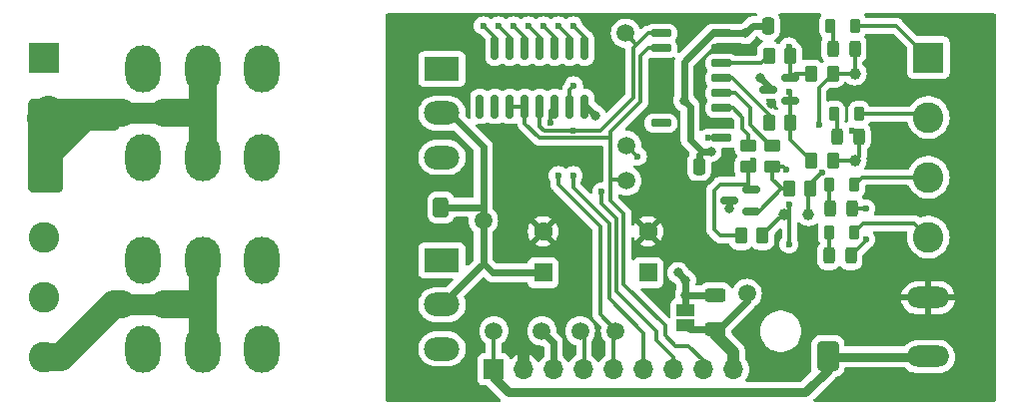
<source format=gbr>
%TF.GenerationSoftware,KiCad,Pcbnew,7.0.10*%
%TF.CreationDate,2024-03-19T21:59:50+01:00*%
%TF.ProjectId,2in-2out_2.0,32696e2d-326f-4757-945f-322e302e6b69,rev?*%
%TF.SameCoordinates,Original*%
%TF.FileFunction,Copper,L1,Top*%
%TF.FilePolarity,Positive*%
%FSLAX46Y46*%
G04 Gerber Fmt 4.6, Leading zero omitted, Abs format (unit mm)*
G04 Created by KiCad (PCBNEW 7.0.10) date 2024-03-19 21:59:50*
%MOMM*%
%LPD*%
G01*
G04 APERTURE LIST*
G04 Aperture macros list*
%AMRoundRect*
0 Rectangle with rounded corners*
0 $1 Rounding radius*
0 $2 $3 $4 $5 $6 $7 $8 $9 X,Y pos of 4 corners*
0 Add a 4 corners polygon primitive as box body*
4,1,4,$2,$3,$4,$5,$6,$7,$8,$9,$2,$3,0*
0 Add four circle primitives for the rounded corners*
1,1,$1+$1,$2,$3*
1,1,$1+$1,$4,$5*
1,1,$1+$1,$6,$7*
1,1,$1+$1,$8,$9*
0 Add four rect primitives between the rounded corners*
20,1,$1+$1,$2,$3,$4,$5,0*
20,1,$1+$1,$4,$5,$6,$7,0*
20,1,$1+$1,$6,$7,$8,$9,0*
20,1,$1+$1,$8,$9,$2,$3,0*%
G04 Aperture macros list end*
%TA.AperFunction,ComponentPad*%
%ADD10O,3.581400X1.790700*%
%TD*%
%TA.AperFunction,ComponentPad*%
%ADD11O,3.000000X4.000000*%
%TD*%
%TA.AperFunction,ComponentPad*%
%ADD12R,3.000000X2.000000*%
%TD*%
%TA.AperFunction,ComponentPad*%
%ADD13O,3.000000X2.000000*%
%TD*%
%TA.AperFunction,ComponentPad*%
%ADD14R,1.600000X1.600000*%
%TD*%
%TA.AperFunction,ComponentPad*%
%ADD15C,1.600000*%
%TD*%
%TA.AperFunction,SMDPad,CuDef*%
%ADD16C,1.500000*%
%TD*%
%TA.AperFunction,SMDPad,CuDef*%
%ADD17RoundRect,0.250000X0.400000X0.600000X-0.400000X0.600000X-0.400000X-0.600000X0.400000X-0.600000X0*%
%TD*%
%TA.AperFunction,SMDPad,CuDef*%
%ADD18RoundRect,0.218750X-0.218750X-0.381250X0.218750X-0.381250X0.218750X0.381250X-0.218750X0.381250X0*%
%TD*%
%TA.AperFunction,SMDPad,CuDef*%
%ADD19RoundRect,0.250000X0.262500X0.450000X-0.262500X0.450000X-0.262500X-0.450000X0.262500X-0.450000X0*%
%TD*%
%TA.AperFunction,SMDPad,CuDef*%
%ADD20C,1.000000*%
%TD*%
%TA.AperFunction,SMDPad,CuDef*%
%ADD21RoundRect,0.243750X0.243750X0.456250X-0.243750X0.456250X-0.243750X-0.456250X0.243750X-0.456250X0*%
%TD*%
%TA.AperFunction,ComponentPad*%
%ADD22R,1.700000X1.700000*%
%TD*%
%TA.AperFunction,ComponentPad*%
%ADD23O,1.700000X1.700000*%
%TD*%
%TA.AperFunction,SMDPad,CuDef*%
%ADD24RoundRect,0.250000X-0.250000X-0.475000X0.250000X-0.475000X0.250000X0.475000X-0.250000X0.475000X0*%
%TD*%
%TA.AperFunction,SMDPad,CuDef*%
%ADD25RoundRect,0.150000X-0.150000X0.825000X-0.150000X-0.825000X0.150000X-0.825000X0.150000X0.825000X0*%
%TD*%
%TA.AperFunction,SMDPad,CuDef*%
%ADD26RoundRect,0.250000X0.250000X0.475000X-0.250000X0.475000X-0.250000X-0.475000X0.250000X-0.475000X0*%
%TD*%
%TA.AperFunction,SMDPad,CuDef*%
%ADD27R,1.500000X1.000000*%
%TD*%
%TA.AperFunction,SMDPad,CuDef*%
%ADD28RoundRect,0.250000X-0.450000X0.262500X-0.450000X-0.262500X0.450000X-0.262500X0.450000X0.262500X0*%
%TD*%
%TA.AperFunction,SMDPad,CuDef*%
%ADD29RoundRect,0.250000X-0.650000X1.000000X-0.650000X-1.000000X0.650000X-1.000000X0.650000X1.000000X0*%
%TD*%
%TA.AperFunction,SMDPad,CuDef*%
%ADD30RoundRect,0.250000X0.625000X-0.312500X0.625000X0.312500X-0.625000X0.312500X-0.625000X-0.312500X0*%
%TD*%
%TA.AperFunction,SMDPad,CuDef*%
%ADD31RoundRect,0.150000X0.587500X0.150000X-0.587500X0.150000X-0.587500X-0.150000X0.587500X-0.150000X0*%
%TD*%
%TA.AperFunction,SMDPad,CuDef*%
%ADD32RoundRect,0.250000X0.450000X-0.262500X0.450000X0.262500X-0.450000X0.262500X-0.450000X-0.262500X0*%
%TD*%
%TA.AperFunction,ComponentPad*%
%ADD33R,2.600000X2.600000*%
%TD*%
%TA.AperFunction,ComponentPad*%
%ADD34C,2.600000*%
%TD*%
%TA.AperFunction,SMDPad,CuDef*%
%ADD35RoundRect,0.150000X-0.725000X-0.150000X0.725000X-0.150000X0.725000X0.150000X-0.725000X0.150000X0*%
%TD*%
%TA.AperFunction,ViaPad*%
%ADD36C,0.800000*%
%TD*%
%TA.AperFunction,ViaPad*%
%ADD37C,0.600000*%
%TD*%
%TA.AperFunction,Conductor*%
%ADD38C,0.300000*%
%TD*%
%TA.AperFunction,Conductor*%
%ADD39C,0.800000*%
%TD*%
%TA.AperFunction,Conductor*%
%ADD40C,0.600000*%
%TD*%
%TA.AperFunction,Conductor*%
%ADD41C,1.000000*%
%TD*%
%TA.AperFunction,Conductor*%
%ADD42C,2.400000*%
%TD*%
%TA.AperFunction,Conductor*%
%ADD43C,3.000000*%
%TD*%
%TA.AperFunction,Conductor*%
%ADD44C,1.800000*%
%TD*%
G04 APERTURE END LIST*
D10*
%TO.P,X9,1,KL*%
%TO.N,GND*%
X186278558Y-59910797D03*
%TO.P,X9,2,KL*%
%TO.N,VBUS*%
X186278558Y-64910797D03*
%TD*%
D11*
%TO.P,K2,11*%
%TO.N,/HV_2A*%
X124790000Y-48000000D03*
X124790000Y-40500000D03*
%TO.P,K2,12*%
%TO.N,unconnected-(K2-Pad12)*%
X129830000Y-48000000D03*
X129830000Y-40500000D03*
%TO.P,K2,14*%
%TO.N,/HV_2B*%
X119750000Y-48000000D03*
X119750000Y-40500000D03*
D12*
%TO.P,K2,A1*%
%TO.N,Net-(IC1-O1)*%
X145090000Y-40500000D03*
D13*
%TO.P,K2,A2*%
%TO.N,Net-(IC1-O2)*%
X145090000Y-48000000D03*
%TO.P,K2,A3*%
%TO.N,VDD*%
X145090000Y-44250000D03*
%TD*%
D14*
%TO.P,C1,1*%
%TO.N,VDD*%
X162560000Y-57785000D03*
D15*
%TO.P,C1,2*%
%TO.N,GND*%
X162560000Y-54285000D03*
%TD*%
D16*
%TO.P,TP7,1,1*%
%TO.N,/EIB_DC*%
X170942000Y-59563000D03*
%TD*%
D17*
%TO.P,D8,1,K*%
%TO.N,VDD*%
X145000000Y-52250000D03*
%TO.P,D8,2,A*%
%TO.N,GND*%
X141500000Y-52250000D03*
%TD*%
D18*
%TO.P,FB3,1*%
%TO.N,Net-(F3-Pad2)*%
X177882500Y-50346250D03*
%TO.P,FB3,2*%
%TO.N,/IO3*%
X180007500Y-50346250D03*
%TD*%
D16*
%TO.P,TP6,1,1*%
%TO.N,/SCK*%
X160750000Y-50000000D03*
%TD*%
D18*
%TO.P,FB1,1*%
%TO.N,Net-(F1-Pad2)*%
X178007500Y-36830000D03*
%TO.P,FB1,2*%
%TO.N,/IN1*%
X180132500Y-36830000D03*
%TD*%
D19*
%TO.P,R4,1*%
%TO.N,/IN3*%
X176320000Y-50673000D03*
%TO.P,R4,2*%
%TO.N,Net-(D7-K)*%
X174495000Y-50673000D03*
%TD*%
D20*
%TO.P,TP10,1,1*%
%TO.N,Net-(TVS1-I{slash}O2)*%
X180086000Y-40894000D03*
%TD*%
D21*
%TO.P,F2,1*%
%TO.N,Net-(TVS1-I{slash}O3)*%
X180437000Y-46228000D03*
%TO.P,F2,2*%
%TO.N,Net-(F2-Pad2)*%
X178562000Y-46228000D03*
%TD*%
D20*
%TO.P,TP12,1,1*%
%TO.N,/IN3*%
X176149000Y-52832000D03*
%TD*%
D22*
%TO.P,J1,1,Pin_1*%
%TO.N,VBUS*%
X149460000Y-66000000D03*
D23*
%TO.P,J1,2,Pin_2*%
%TO.N,GND*%
X152000000Y-66000000D03*
%TO.P,J1,3,Pin_3*%
%TO.N,+3V3*%
X154540000Y-66000000D03*
%TO.P,J1,4,Pin_4*%
%TO.N,/PWM*%
X157080000Y-66000000D03*
%TO.P,J1,5,Pin_5*%
%TO.N,/MOSI*%
X159620000Y-66000000D03*
%TO.P,J1,6,Pin_6*%
%TO.N,/SSEL*%
X162160000Y-66000000D03*
%TO.P,J1,7,Pin_7*%
%TO.N,/MISO*%
X164700000Y-66000000D03*
%TO.P,J1,8,Pin_8*%
%TO.N,/SCK*%
X167240000Y-66000000D03*
%TO.P,J1,9,Pin_9*%
%TO.N,/EIB_DC*%
X169780000Y-66000000D03*
%TD*%
D24*
%TO.P,C5,1*%
%TO.N,+3V3*%
X172720000Y-36830000D03*
%TO.P,C5,2*%
%TO.N,GND*%
X174620000Y-36830000D03*
%TD*%
D19*
%TO.P,R2,1*%
%TO.N,Net-(TVS1-I{slash}O2)*%
X178204500Y-40894000D03*
%TO.P,R2,2*%
%TO.N,Net-(D4-K)*%
X176379500Y-40894000D03*
%TD*%
D25*
%TO.P,U1,1,QB*%
%TO.N,/O2*%
X157195000Y-38735000D03*
%TO.P,U1,2,QC*%
%TO.N,/O3*%
X155925000Y-38735000D03*
%TO.P,U1,3,QD*%
%TO.N,/O4*%
X154655000Y-38735000D03*
%TO.P,U1,4,QE*%
%TO.N,/O5*%
X153385000Y-38735000D03*
%TO.P,U1,5,QF*%
%TO.N,/O6*%
X152115000Y-38735000D03*
%TO.P,U1,6,QG*%
%TO.N,/O7*%
X150845000Y-38735000D03*
%TO.P,U1,7,QH*%
%TO.N,/O8*%
X149575000Y-38735000D03*
%TO.P,U1,8,GND*%
%TO.N,GND*%
X148305000Y-38735000D03*
%TO.P,U1,9,QH'*%
%TO.N,unconnected-(U1-QH'-Pad9)*%
X148305000Y-43685000D03*
%TO.P,U1,10,~{SRCLR}*%
%TO.N,unconnected-(U1-~{SRCLR}-Pad10)*%
X149575000Y-43685000D03*
%TO.P,U1,11,SRCLK*%
%TO.N,/SCK*%
X150845000Y-43685000D03*
%TO.P,U1,12,RCLK*%
X152115000Y-43685000D03*
%TO.P,U1,13,~{OE}*%
%TO.N,/SSEL*%
X153385000Y-43685000D03*
%TO.P,U1,14,SER*%
%TO.N,/MOSI*%
X154655000Y-43685000D03*
%TO.P,U1,15,QA*%
%TO.N,/O1*%
X155925000Y-43685000D03*
%TO.P,U1,16,VCC*%
%TO.N,+3V3*%
X157195000Y-43685000D03*
%TD*%
D16*
%TO.P,TP9,1,1*%
%TO.N,+3V3*%
X153560000Y-62738000D03*
%TD*%
D18*
%TO.P,FB4,1*%
%TO.N,Net-(F4-Pad2)*%
X177882500Y-54346250D03*
%TO.P,FB4,2*%
%TO.N,/IO4*%
X180007500Y-54346250D03*
%TD*%
D11*
%TO.P,K1,11*%
%TO.N,/HV_1A*%
X124790000Y-64250000D03*
X124790000Y-56750000D03*
%TO.P,K1,12*%
%TO.N,unconnected-(K1-Pad12)*%
X129830000Y-64250000D03*
X129830000Y-56750000D03*
%TO.P,K1,14*%
%TO.N,/HV_1B*%
X119750000Y-64250000D03*
X119750000Y-56750000D03*
D12*
%TO.P,K1,A1*%
%TO.N,Net-(IC1-O3)*%
X145090000Y-56750000D03*
D13*
%TO.P,K1,A2*%
%TO.N,Net-(IC1-O4)*%
X145090000Y-64250000D03*
%TO.P,K1,A3*%
%TO.N,VDD*%
X145090000Y-60500000D03*
%TD*%
D26*
%TO.P,C6,1*%
%TO.N,+3V3*%
X166878000Y-48768000D03*
%TO.P,C6,2*%
%TO.N,GND*%
X164978000Y-48768000D03*
%TD*%
D27*
%TO.P,SJ1,1,A*%
%TO.N,/EIB_DC*%
X165735000Y-62245000D03*
%TO.P,SJ1,2,B*%
%TO.N,VDD*%
X165735000Y-60945000D03*
%TD*%
D20*
%TO.P,TP13,1,1*%
%TO.N,/IN4*%
X174117000Y-52832000D03*
%TD*%
D16*
%TO.P,TP1,1,1*%
%TO.N,VBUS*%
X149500000Y-62738000D03*
%TD*%
D18*
%TO.P,FB2,1*%
%TO.N,Net-(F2-Pad2)*%
X178308000Y-44323000D03*
%TO.P,FB2,2*%
%TO.N,/IN2*%
X180433000Y-44323000D03*
%TD*%
D28*
%TO.P,R9,1*%
%TO.N,/I4D*%
X171069000Y-46966500D03*
%TO.P,R9,2*%
%TO.N,Net-(D5-K)*%
X171069000Y-48791500D03*
%TD*%
D16*
%TO.P,TP8,1,1*%
%TO.N,/PWM*%
X156810000Y-62738000D03*
%TD*%
D29*
%TO.P,D1,1,A1*%
%TO.N,GND*%
X177800000Y-60865000D03*
%TO.P,D1,2,A2*%
%TO.N,VBUS*%
X177800000Y-64865000D03*
%TD*%
D30*
%TO.P,R1,1*%
%TO.N,/EIB_DC*%
X168275000Y-62615000D03*
%TO.P,R1,2*%
%TO.N,VDD*%
X168275000Y-59690000D03*
%TD*%
D31*
%TO.P,D6,1*%
%TO.N,Net-(D2-K)*%
X174625000Y-43180000D03*
%TO.P,D6,2*%
%TO.N,Net-(D4-K)*%
X174625000Y-41280000D03*
%TO.P,D6,3*%
%TO.N,+3V3*%
X172750000Y-42230000D03*
%TD*%
D16*
%TO.P,TP4,1,1*%
%TO.N,/SSEL*%
X160655000Y-37465000D03*
%TD*%
D20*
%TO.P,TP11,1,1*%
%TO.N,Net-(TVS1-I{slash}O3)*%
X180086000Y-48260000D03*
%TD*%
D21*
%TO.P,F4,1*%
%TO.N,/IO4F*%
X179745000Y-56346250D03*
%TO.P,F4,2*%
%TO.N,Net-(F4-Pad2)*%
X177870000Y-56346250D03*
%TD*%
D31*
%TO.P,D3,1*%
%TO.N,Net-(D7-K)*%
X171293000Y-52590500D03*
%TO.P,D3,2*%
%TO.N,Net-(D5-K)*%
X171293000Y-50690500D03*
%TO.P,D3,3*%
%TO.N,+3V3*%
X169418000Y-51640500D03*
%TD*%
D19*
%TO.P,R6,1*%
%TO.N,Net-(D4-K)*%
X174625000Y-39370000D03*
%TO.P,R6,2*%
%TO.N,/I1D*%
X172800000Y-39370000D03*
%TD*%
%TO.P,R3,1*%
%TO.N,Net-(TVS1-I{slash}O3)*%
X178204500Y-48260000D03*
%TO.P,R3,2*%
%TO.N,Net-(D2-K)*%
X176379500Y-48260000D03*
%TD*%
D32*
%TO.P,R8,1*%
%TO.N,Net-(D7-K)*%
X173101000Y-48791500D03*
%TO.P,R8,2*%
%TO.N,/I3D*%
X173101000Y-46966500D03*
%TD*%
D16*
%TO.P,TP5,1,1*%
%TO.N,/MISO*%
X160750000Y-47000000D03*
%TD*%
D19*
%TO.P,R7,1*%
%TO.N,Net-(D2-K)*%
X174625000Y-45085000D03*
%TO.P,R7,2*%
%TO.N,/I2D*%
X172800000Y-45085000D03*
%TD*%
D21*
%TO.P,F1,1*%
%TO.N,Net-(TVS1-I{slash}O2)*%
X180086000Y-38783500D03*
%TO.P,F1,2*%
%TO.N,Net-(F1-Pad2)*%
X178211000Y-38783500D03*
%TD*%
D33*
%TO.P,J2,1,Pin_1*%
%TO.N,/IN1*%
X186310558Y-39534639D03*
D34*
%TO.P,J2,2,Pin_2*%
%TO.N,/IN2*%
X186310558Y-44614639D03*
%TO.P,J2,3,Pin_3*%
%TO.N,/IO3*%
X186310558Y-49694639D03*
%TO.P,J2,4,Pin_4*%
%TO.N,/IO4*%
X186310558Y-54774639D03*
%TD*%
D14*
%TO.P,C2,1*%
%TO.N,VDD*%
X153670000Y-57785000D03*
D15*
%TO.P,C2,2*%
%TO.N,GND*%
X153670000Y-54285000D03*
%TD*%
D16*
%TO.P,TP3,1,1*%
%TO.N,/MOSI*%
X159810000Y-62738000D03*
%TD*%
D35*
%TO.P,U2,1,~{PL}*%
%TO.N,/SSEL*%
X163650000Y-37480000D03*
%TO.P,U2,2,CP*%
%TO.N,/SCK*%
X163650000Y-38750000D03*
%TO.P,U2,3,D4*%
%TO.N,GND*%
X163650000Y-40020000D03*
%TO.P,U2,4,D5*%
X163650000Y-41290000D03*
%TO.P,U2,5,D6*%
X163650000Y-42560000D03*
%TO.P,U2,6,D7*%
X163650000Y-43830000D03*
%TO.P,U2,7,~{Q7}*%
%TO.N,unconnected-(U2-~{Q7}-Pad7)*%
X163650000Y-45100000D03*
%TO.P,U2,8,GND*%
%TO.N,GND*%
X163650000Y-46370000D03*
%TO.P,U2,9,Q7*%
%TO.N,/MISO*%
X168800000Y-46370000D03*
%TO.P,U2,10,DS*%
%TO.N,GND*%
X168800000Y-45100000D03*
%TO.P,U2,11,D0*%
%TO.N,/I4D*%
X168800000Y-43830000D03*
%TO.P,U2,12,D1*%
%TO.N,/I3D*%
X168800000Y-42560000D03*
%TO.P,U2,13,D2*%
%TO.N,/I2D*%
X168800000Y-41290000D03*
%TO.P,U2,14,D3*%
%TO.N,/I1D*%
X168800000Y-40020000D03*
%TO.P,U2,15,~{CE}*%
%TO.N,GND*%
X168800000Y-38750000D03*
%TO.P,U2,16,VCC*%
%TO.N,+3V3*%
X168800000Y-37480000D03*
%TD*%
D21*
%TO.P,F3,1*%
%TO.N,/IO3F*%
X179882500Y-52346250D03*
%TO.P,F3,2*%
%TO.N,Net-(F3-Pad2)*%
X178007500Y-52346250D03*
%TD*%
D16*
%TO.P,TP2,1,1*%
%TO.N,VDD*%
X148590000Y-53340000D03*
%TD*%
D33*
%TO.P,J3,1,Pin_1*%
%TO.N,/HV_2B*%
X111359754Y-39522704D03*
D34*
%TO.P,J3,2,Pin_2*%
%TO.N,/HV_2A*%
X111359754Y-44602704D03*
%TO.P,J3,3,Pin_3*%
X111359754Y-49682704D03*
%TO.P,J3,4,Pin_4*%
%TO.N,/HV_1B*%
X111359754Y-54762704D03*
%TO.P,J3,5,Pin_5*%
X111359754Y-59842704D03*
%TO.P,J3,6,Pin_6*%
%TO.N,/HV_1A*%
X111359754Y-64922704D03*
%TD*%
D19*
%TO.P,R5,1*%
%TO.N,/IN4*%
X172262800Y-54660800D03*
%TO.P,R5,2*%
%TO.N,Net-(D5-K)*%
X170437800Y-54660800D03*
%TD*%
D36*
%TO.N,GND*%
X175260000Y-60198000D03*
X166878000Y-41402000D03*
%TO.N,+3V3*%
X165608000Y-43180000D03*
%TO.N,GND*%
X172974000Y-43434000D03*
X183896000Y-48006000D03*
X168656000Y-56642000D03*
X163750000Y-50250000D03*
X141250000Y-50000000D03*
X176276000Y-37592000D03*
X142520000Y-50000000D03*
X165862000Y-37592000D03*
X151765000Y-41275000D03*
X185500000Y-42400000D03*
X141885000Y-49365000D03*
D37*
%TO.N,Net-(D2-K)*%
X174498000Y-42418000D03*
D36*
%TO.N,+3V3*%
X172085000Y-41275000D03*
X169418000Y-52324000D03*
X167894000Y-47498000D03*
X170815000Y-37480000D03*
X158115000Y-44450000D03*
D37*
%TO.N,Net-(TVS1-I{slash}O2)*%
X177038000Y-45212000D03*
%TO.N,Net-(TVS1-I{slash}O3)*%
X179832000Y-45720000D03*
%TO.N,Net-(D5-K)*%
X171450000Y-48260000D03*
%TO.N,Net-(D7-K)*%
X174244000Y-49022000D03*
%TO.N,/IN3*%
X177292000Y-49276000D03*
%TO.N,/IN4*%
X174548800Y-51968400D03*
X174498000Y-55372000D03*
%TO.N,/MOSI*%
X154305000Y-45070000D03*
X154940000Y-49530000D03*
%TO.N,/SSEL*%
X156210000Y-49530000D03*
X156210000Y-45705000D03*
%TO.N,/MISO*%
X158623000Y-50927000D03*
X167640000Y-46355000D03*
X161650000Y-47900000D03*
%TO.N,Net-(D4-K)*%
X174498000Y-38608000D03*
%TO.N,/IO3F*%
X181007500Y-52346250D03*
%TO.N,/IO4F*%
X181007500Y-54946250D03*
%TO.N,/O1*%
X156250000Y-41910000D03*
%TO.N,/O8*%
X148590000Y-36830000D03*
%TO.N,/O7*%
X149860000Y-36830000D03*
%TO.N,/O6*%
X151130000Y-36830000D03*
%TO.N,/O5*%
X152400000Y-36830000D03*
%TO.N,/O4*%
X153670000Y-36830000D03*
%TO.N,/O3*%
X154940000Y-36830000D03*
%TO.N,/O2*%
X156210000Y-36830000D03*
D36*
%TO.N,VDD*%
X165100000Y-57785000D03*
X165735000Y-59690000D03*
X165735000Y-58420000D03*
%TD*%
D38*
%TO.N,/SCK*%
X167240000Y-66000000D02*
X167240000Y-65240000D01*
X167240000Y-65240000D02*
X166000000Y-64000000D01*
X166000000Y-64000000D02*
X164875000Y-64000000D01*
X159385000Y-51689000D02*
X159385000Y-50165000D01*
X164875000Y-64000000D02*
X164000000Y-63125000D01*
X164000000Y-62250000D02*
X160500000Y-58750000D01*
X164000000Y-63125000D02*
X164000000Y-62250000D01*
X160500000Y-52804000D02*
X159385000Y-51689000D01*
X160500000Y-58750000D02*
X160500000Y-52804000D01*
%TO.N,/MISO*%
X158623000Y-50927000D02*
X158623000Y-51943000D01*
X158623000Y-51943000D02*
X159885000Y-53205000D01*
X159885000Y-53205000D02*
X159885000Y-59365000D01*
X163250000Y-63500000D02*
X164700000Y-64950000D01*
X159885000Y-59365000D02*
X163250000Y-62730000D01*
X163250000Y-62730000D02*
X163250000Y-63500000D01*
X164700000Y-64950000D02*
X164700000Y-66000000D01*
%TO.N,/SCK*%
X160750000Y-50000000D02*
X160661000Y-49911000D01*
X160661000Y-49911000D02*
X159385000Y-49911000D01*
X159385000Y-49911000D02*
X159385000Y-50165000D01*
%TO.N,/SSEL*%
X162160000Y-66000000D02*
X162160000Y-62910000D01*
X162160000Y-62910000D02*
X159250000Y-60000000D01*
X159250000Y-60000000D02*
X159250000Y-53586000D01*
X159250000Y-53586000D02*
X156210000Y-50546000D01*
X156210000Y-50546000D02*
X156210000Y-49530000D01*
%TO.N,/MOSI*%
X159810000Y-62738000D02*
X159810000Y-62650000D01*
X159810000Y-62650000D02*
X158500000Y-61340000D01*
X158500000Y-61340000D02*
X158500000Y-53852000D01*
X158500000Y-53852000D02*
X154940000Y-50292000D01*
X154940000Y-50292000D02*
X154940000Y-49530000D01*
D39*
%TO.N,VBUS*%
X149460000Y-66000000D02*
X149460000Y-66655000D01*
X149460000Y-66655000D02*
X150750000Y-67945000D01*
X150750000Y-67945000D02*
X175895000Y-67945000D01*
X175895000Y-67945000D02*
X177800000Y-66040000D01*
X177800000Y-66040000D02*
X177800000Y-64865000D01*
X186276179Y-64913176D02*
X186278558Y-64910797D01*
X177800000Y-64865000D02*
X177848176Y-64913176D01*
X177848176Y-64913176D02*
X186276179Y-64913176D01*
D38*
%TO.N,/MOSI*%
X159620000Y-66000000D02*
X159620000Y-62928000D01*
X159620000Y-62928000D02*
X159810000Y-62738000D01*
%TO.N,/PWM*%
X156810000Y-62738000D02*
X157135000Y-63063000D01*
X157135000Y-63063000D02*
X157135000Y-65945000D01*
X157135000Y-65945000D02*
X157080000Y-66000000D01*
D40*
%TO.N,+3V3*%
X154540000Y-66000000D02*
X154540000Y-63718000D01*
X154540000Y-63718000D02*
X153560000Y-62738000D01*
X165608000Y-43180000D02*
X166116000Y-43688000D01*
X166116000Y-43688000D02*
X166116000Y-46482000D01*
X166116000Y-46482000D02*
X167132000Y-47498000D01*
X167132000Y-47498000D02*
X166878000Y-47752000D01*
X166878000Y-47752000D02*
X166878000Y-48768000D01*
X167894000Y-47498000D02*
X167132000Y-47498000D01*
X172720000Y-36830000D02*
X171450000Y-36830000D01*
X171450000Y-36830000D02*
X170800000Y-37480000D01*
X170800000Y-37480000D02*
X168800000Y-37480000D01*
D38*
%TO.N,/SCK*%
X163650000Y-38750000D02*
X162545000Y-38750000D01*
X162545000Y-38750000D02*
X161925000Y-39370000D01*
X161925000Y-39370000D02*
X161925000Y-43307000D01*
X161925000Y-43307000D02*
X159385000Y-45847000D01*
X159385000Y-45847000D02*
X159385000Y-46355000D01*
%TO.N,/SSEL*%
X153385000Y-43685000D02*
X153385000Y-45355000D01*
X153385000Y-45355000D02*
X153750000Y-45720000D01*
X153750000Y-45720000D02*
X158496000Y-45720000D01*
X158496000Y-45720000D02*
X161290000Y-42926000D01*
X161290000Y-38735000D02*
X161607500Y-38417500D01*
X161290000Y-42926000D02*
X161290000Y-38735000D01*
%TO.N,/MISO*%
X167640000Y-46355000D02*
X168785000Y-46355000D01*
X168785000Y-46355000D02*
X168800000Y-46370000D01*
D40*
%TO.N,+3V3*%
X168006000Y-37480000D02*
X168800000Y-37480000D01*
X165608000Y-43180000D02*
X165608000Y-39878000D01*
X165608000Y-39878000D02*
X168006000Y-37480000D01*
D38*
%TO.N,/I3D*%
X168800000Y-42560000D02*
X169941000Y-42560000D01*
X169941000Y-42560000D02*
X171196000Y-43815000D01*
X171196000Y-43815000D02*
X171196000Y-45212000D01*
X171196000Y-45212000D02*
X172950500Y-46966500D01*
X172950500Y-46966500D02*
X173101000Y-46966500D01*
%TO.N,/I4D*%
X168800000Y-43830000D02*
X169763200Y-43830000D01*
X170535600Y-45567600D02*
X171069000Y-46101000D01*
X169763200Y-43830000D02*
X170535600Y-44602400D01*
X170535600Y-44602400D02*
X170535600Y-45567600D01*
X171069000Y-46101000D02*
X171069000Y-46966500D01*
D41*
%TO.N,GND*%
X152000000Y-66000000D02*
X152000000Y-64223943D01*
D38*
%TO.N,Net-(D2-K)*%
X174625000Y-46505500D02*
X176379500Y-48260000D01*
X174625000Y-42545000D02*
X174625000Y-43180000D01*
X174625000Y-45085000D02*
X174625000Y-46505500D01*
X174625000Y-43180000D02*
X174625000Y-45085000D01*
X174498000Y-42418000D02*
X174625000Y-42545000D01*
D40*
%TO.N,+3V3*%
X169418000Y-51640500D02*
X169418000Y-52324000D01*
X157195000Y-43685000D02*
X157350000Y-43685000D01*
X157350000Y-43685000D02*
X158115000Y-44450000D01*
X172750000Y-42230000D02*
X172750000Y-41940000D01*
X172750000Y-41940000D02*
X172085000Y-41275000D01*
D38*
%TO.N,VBUS*%
X149460000Y-66000000D02*
X149460000Y-62890000D01*
D39*
X149460000Y-62890000D02*
X149500000Y-62850000D01*
D38*
%TO.N,Net-(TVS1-I{slash}O2)*%
X177038000Y-42060500D02*
X177038000Y-45212000D01*
X180086000Y-38783500D02*
X180086000Y-40894000D01*
X180086000Y-40894000D02*
X178204500Y-40894000D01*
X178204500Y-40894000D02*
X177038000Y-42060500D01*
D40*
%TO.N,/EIB_DC*%
X168525000Y-62615000D02*
X170942000Y-60198000D01*
X166105000Y-62615000D02*
X165735000Y-62245000D01*
X168275000Y-62615000D02*
X166105000Y-62615000D01*
X170942000Y-60198000D02*
X170942000Y-59563000D01*
X168220000Y-62670000D02*
X168275000Y-62615000D01*
X168275000Y-62615000D02*
X168525000Y-62615000D01*
D41*
X169780000Y-66000000D02*
X169780000Y-64530000D01*
X168275000Y-63025000D02*
X168275000Y-62615000D01*
X169780000Y-64530000D02*
X168275000Y-63025000D01*
D38*
%TO.N,Net-(F1-Pad2)*%
X178211000Y-37033500D02*
X178007500Y-36830000D01*
X178211000Y-38783500D02*
X178211000Y-37033500D01*
%TO.N,Net-(TVS1-I{slash}O3)*%
X180340000Y-46228000D02*
X179832000Y-45720000D01*
X180437000Y-46228000D02*
X180437000Y-47909000D01*
X180437000Y-46228000D02*
X180340000Y-46228000D01*
X178204500Y-48260000D02*
X180086000Y-48260000D01*
X180437000Y-47909000D02*
X180086000Y-48260000D01*
%TO.N,Net-(F2-Pad2)*%
X178562000Y-44577000D02*
X178308000Y-44323000D01*
X178562000Y-46228000D02*
X178562000Y-44577000D01*
%TO.N,Net-(D5-K)*%
X171069000Y-50466500D02*
X171293000Y-50690500D01*
X170437800Y-54660800D02*
X168706800Y-54660800D01*
X168656000Y-50292000D02*
X170894500Y-50292000D01*
X171069000Y-48641000D02*
X171450000Y-48260000D01*
X168148000Y-54102000D02*
X168148000Y-50800000D01*
X170894500Y-50292000D02*
X171293000Y-50690500D01*
X171069000Y-48791500D02*
X171069000Y-48641000D01*
X168148000Y-50800000D02*
X168656000Y-50292000D01*
X168706800Y-54660800D02*
X168148000Y-54102000D01*
X171069000Y-48791500D02*
X171069000Y-50466500D01*
%TO.N,Net-(F3-Pad2)*%
X177882500Y-52221250D02*
X178007500Y-52346250D01*
X177882500Y-50346250D02*
X177882500Y-52221250D01*
%TO.N,Net-(D7-K)*%
X174244000Y-49022000D02*
X174013500Y-48791500D01*
X174013500Y-48791500D02*
X173101000Y-48791500D01*
X171293000Y-52590500D02*
X171945500Y-52590500D01*
X173899000Y-50673000D02*
X173101000Y-49875000D01*
X171945500Y-52590500D02*
X173863000Y-50673000D01*
X174495000Y-50673000D02*
X173899000Y-50673000D01*
X173101000Y-48791500D02*
X173101000Y-49875000D01*
X173863000Y-50673000D02*
X173899000Y-50673000D01*
%TO.N,Net-(F4-Pad2)*%
X177870000Y-54358750D02*
X177882500Y-54346250D01*
X177870000Y-56346250D02*
X177870000Y-54358750D01*
%TO.N,/IN1*%
X180132500Y-36830000D02*
X183605919Y-36830000D01*
X183605919Y-36830000D02*
X186310558Y-39534639D01*
%TO.N,/IN2*%
X180433000Y-44323000D02*
X186018919Y-44323000D01*
X186018919Y-44323000D02*
X186310558Y-44614639D01*
%TO.N,/IN3*%
X176149000Y-50517250D02*
X176320000Y-50346250D01*
X177292000Y-49276000D02*
X176320000Y-50248000D01*
X176320000Y-50248000D02*
X176320000Y-50673000D01*
X176149000Y-52832000D02*
X176149000Y-50517250D01*
%TO.N,/IN4*%
X174548800Y-52400200D02*
X174117000Y-52832000D01*
X172262800Y-54559200D02*
X172262800Y-54660800D01*
X173990000Y-52832000D02*
X172262800Y-54559200D01*
X174498000Y-55372000D02*
X174548800Y-55321200D01*
X174548800Y-51968400D02*
X174548800Y-52400200D01*
X174117000Y-52832000D02*
X173990000Y-52832000D01*
X174548800Y-55321200D02*
X174548800Y-52400200D01*
%TO.N,/MOSI*%
X154305000Y-44035000D02*
X154305000Y-45070000D01*
X154655000Y-43685000D02*
X154305000Y-44035000D01*
%TO.N,/SSEL*%
X162545000Y-37480000D02*
X163650000Y-37480000D01*
X160655000Y-37465000D02*
X161607500Y-38417500D01*
X161607500Y-38417500D02*
X162545000Y-37480000D01*
%TO.N,/MISO*%
X160750000Y-47000000D02*
X161650000Y-47900000D01*
%TO.N,/SCK*%
X152115000Y-43685000D02*
X150845000Y-43685000D01*
X152115000Y-45115000D02*
X152115000Y-43685000D01*
X153355000Y-46355000D02*
X152115000Y-45115000D01*
X159385000Y-50165000D02*
X159385000Y-46355000D01*
X159385000Y-46355000D02*
X153355000Y-46355000D01*
D42*
%TO.N,/HV_2A*%
X121500000Y-44250000D02*
X124540000Y-44250000D01*
X124790000Y-44500000D02*
X124790000Y-48000000D01*
D43*
X111359754Y-44602704D02*
X111712458Y-44250000D01*
D44*
X118000000Y-44250000D02*
X121500000Y-44250000D01*
D42*
X111359754Y-49682704D02*
X111359754Y-44602704D01*
X124790000Y-40500000D02*
X124790000Y-44500000D01*
X111712458Y-44250000D02*
X118000000Y-44250000D01*
X124540000Y-44250000D02*
X124790000Y-44500000D01*
%TO.N,/HV_1A*%
X117250000Y-60500000D02*
X118000000Y-60500000D01*
X124540000Y-60500000D02*
X124790000Y-60750000D01*
D44*
X118000000Y-60500000D02*
X121500000Y-60500000D01*
D42*
X112827296Y-64922704D02*
X117250000Y-60500000D01*
X121500000Y-60500000D02*
X124540000Y-60500000D01*
X124790000Y-60750000D02*
X124790000Y-64250000D01*
X111359754Y-64922704D02*
X112827296Y-64922704D01*
X124790000Y-56750000D02*
X124790000Y-60750000D01*
D38*
%TO.N,Net-(D4-K)*%
X176379500Y-40894000D02*
X175011000Y-40894000D01*
X175011000Y-40894000D02*
X174625000Y-41280000D01*
X174625000Y-41280000D02*
X174625000Y-39370000D01*
X174625000Y-38735000D02*
X174498000Y-38608000D01*
X174625000Y-39370000D02*
X174625000Y-38735000D01*
%TO.N,/IO3F*%
X179882500Y-52346250D02*
X181007500Y-52346250D01*
%TO.N,/IO4F*%
X181007500Y-54946250D02*
X181007500Y-55083750D01*
X181007500Y-55083750D02*
X179745000Y-56346250D01*
%TO.N,/IO3*%
X186310558Y-49694639D02*
X180659111Y-49694639D01*
X180659111Y-49694639D02*
X180007500Y-50346250D01*
%TO.N,/I1D*%
X168800000Y-40020000D02*
X172150000Y-40020000D01*
X172150000Y-40020000D02*
X172800000Y-39370000D01*
%TO.N,/I2D*%
X172800000Y-44385000D02*
X169705000Y-41290000D01*
X172800000Y-45085000D02*
X172800000Y-44385000D01*
X169705000Y-41290000D02*
X168800000Y-41290000D01*
%TO.N,/O1*%
X156250000Y-41910000D02*
X155925000Y-42235000D01*
X155925000Y-42235000D02*
X155925000Y-43685000D01*
%TO.N,/O8*%
X149575000Y-37815000D02*
X149575000Y-38735000D01*
X148590000Y-36830000D02*
X149575000Y-37815000D01*
%TO.N,/O7*%
X150845000Y-37815000D02*
X150845000Y-38735000D01*
X149860000Y-36830000D02*
X150845000Y-37815000D01*
%TO.N,/O6*%
X152115000Y-37815000D02*
X152115000Y-38735000D01*
X151130000Y-36830000D02*
X152115000Y-37815000D01*
%TO.N,/O5*%
X152400000Y-36830000D02*
X153385000Y-37815000D01*
X153385000Y-37815000D02*
X153385000Y-38735000D01*
%TO.N,/O4*%
X154655000Y-37815000D02*
X154655000Y-38735000D01*
X153670000Y-36830000D02*
X154655000Y-37815000D01*
%TO.N,/O3*%
X155925000Y-37815000D02*
X155925000Y-38735000D01*
X154940000Y-36830000D02*
X155925000Y-37815000D01*
%TO.N,/O2*%
X156210000Y-36830000D02*
X157195000Y-37815000D01*
X157195000Y-37815000D02*
X157195000Y-38735000D01*
%TO.N,/IO4*%
X180007500Y-54346250D02*
X180759750Y-53594000D01*
X180759750Y-53594000D02*
X185129919Y-53594000D01*
X185129919Y-53594000D02*
X186310558Y-54774639D01*
D40*
%TO.N,VDD*%
X149375000Y-57785000D02*
X148590000Y-57000000D01*
X153670000Y-57785000D02*
X149375000Y-57785000D01*
X148590000Y-53340000D02*
X148590000Y-52250000D01*
X145000000Y-44250000D02*
X145000000Y-44000000D01*
X148590000Y-47090000D02*
X148590000Y-53340000D01*
X165735000Y-60945000D02*
X165735000Y-58420000D01*
X145750000Y-44250000D02*
X148590000Y-47090000D01*
X148590000Y-57000000D02*
X148590000Y-56262651D01*
X145090000Y-44250000D02*
X145750000Y-44250000D01*
X145000000Y-52250000D02*
X148590000Y-52250000D01*
X165735000Y-58420000D02*
X165100000Y-57785000D01*
X145090000Y-60500000D02*
X148590000Y-57000000D01*
X148590000Y-56262651D02*
X148590000Y-53340000D01*
X165735000Y-59690000D02*
X168275000Y-59690000D01*
%TD*%
%TA.AperFunction,Conductor*%
%TO.N,/HV_2A*%
G36*
X117258059Y-43001061D02*
G01*
X117363223Y-43014906D01*
X117394491Y-43023284D01*
X117484918Y-43060740D01*
X117512952Y-43076925D01*
X117590602Y-43136509D01*
X117613491Y-43159398D01*
X117673074Y-43237048D01*
X117689259Y-43265081D01*
X117726715Y-43355508D01*
X117735093Y-43386775D01*
X117748939Y-43491939D01*
X117750000Y-43508125D01*
X117750000Y-45241874D01*
X117748939Y-45258060D01*
X117735093Y-45363224D01*
X117726715Y-45394491D01*
X117689259Y-45484918D01*
X117673074Y-45512951D01*
X117613491Y-45590601D01*
X117590601Y-45613491D01*
X117512951Y-45673074D01*
X117484918Y-45689259D01*
X117394491Y-45726715D01*
X117363224Y-45735093D01*
X117269398Y-45747446D01*
X117258058Y-45748939D01*
X117241874Y-45750000D01*
X115250000Y-45750000D01*
X115103558Y-45896441D01*
X115103554Y-45896445D01*
X115103547Y-45896451D01*
X113146451Y-47853547D01*
X113146445Y-47853554D01*
X113146441Y-47853558D01*
X113000000Y-48000000D01*
X113000000Y-48207107D01*
X113000000Y-48207113D01*
X113000000Y-50491874D01*
X112998939Y-50508060D01*
X112985093Y-50613224D01*
X112976715Y-50644491D01*
X112939259Y-50734918D01*
X112923074Y-50762951D01*
X112863491Y-50840601D01*
X112840601Y-50863491D01*
X112762951Y-50923074D01*
X112734918Y-50939259D01*
X112644491Y-50976715D01*
X112613224Y-50985093D01*
X112519398Y-50997446D01*
X112508058Y-50998939D01*
X112491874Y-51000000D01*
X110508126Y-51000000D01*
X110491941Y-50998939D01*
X110478917Y-50997224D01*
X110386775Y-50985093D01*
X110355508Y-50976715D01*
X110265081Y-50939259D01*
X110237048Y-50923074D01*
X110159398Y-50863491D01*
X110136508Y-50840601D01*
X110076925Y-50762951D01*
X110060740Y-50734918D01*
X110023284Y-50644491D01*
X110014906Y-50613223D01*
X110001061Y-50508059D01*
X110000000Y-50491874D01*
X110000000Y-43508125D01*
X110001061Y-43491940D01*
X110014906Y-43386776D01*
X110023284Y-43355508D01*
X110060740Y-43265081D01*
X110076923Y-43237050D01*
X110136513Y-43159392D01*
X110159392Y-43136513D01*
X110237050Y-43076923D01*
X110265079Y-43060740D01*
X110355509Y-43023283D01*
X110386775Y-43014906D01*
X110491941Y-43001061D01*
X110508126Y-43000000D01*
X117241874Y-43000000D01*
X117258059Y-43001061D01*
G37*
%TD.AperFunction*%
%TD*%
%TA.AperFunction,Conductor*%
%TO.N,GND*%
G36*
X148584549Y-35778127D02*
G01*
X148600035Y-35776781D01*
X149849965Y-35776781D01*
X149854549Y-35778127D01*
X149870035Y-35776781D01*
X151119965Y-35776781D01*
X151124549Y-35778127D01*
X151140035Y-35776781D01*
X152389965Y-35776781D01*
X152394549Y-35778127D01*
X152410035Y-35776781D01*
X153659965Y-35776781D01*
X153664549Y-35778127D01*
X153680035Y-35776781D01*
X154929965Y-35776781D01*
X154934549Y-35778127D01*
X154950035Y-35776781D01*
X156199965Y-35776781D01*
X156204549Y-35778127D01*
X156220035Y-35776781D01*
X171722692Y-35776781D01*
X171789731Y-35796466D01*
X171835486Y-35849270D01*
X171845430Y-35918428D01*
X171828238Y-35965866D01*
X171825328Y-35970585D01*
X171773385Y-36017316D01*
X171719782Y-36029500D01*
X171540194Y-36029500D01*
X171359806Y-36029500D01*
X171352334Y-36031205D01*
X171322478Y-36038018D01*
X171308781Y-36040345D01*
X171270743Y-36044632D01*
X171234621Y-36057271D01*
X171221269Y-36061118D01*
X171183935Y-36069641D01*
X171149440Y-36086251D01*
X171136605Y-36091568D01*
X171100480Y-36104210D01*
X171100476Y-36104212D01*
X171068067Y-36124575D01*
X171055903Y-36131297D01*
X171021414Y-36147907D01*
X170991486Y-36171773D01*
X170980153Y-36179815D01*
X170947734Y-36200186D01*
X170947732Y-36200188D01*
X170915749Y-36232173D01*
X170915748Y-36232174D01*
X170540395Y-36607525D01*
X170503151Y-36633123D01*
X170463667Y-36650703D01*
X170423068Y-36668779D01*
X170372633Y-36679500D01*
X169590694Y-36679500D01*
X168844954Y-36679500D01*
X168096194Y-36679500D01*
X167915806Y-36679500D01*
X167908334Y-36681205D01*
X167878478Y-36688018D01*
X167864781Y-36690345D01*
X167826743Y-36694632D01*
X167790622Y-36707271D01*
X167777269Y-36711118D01*
X167739939Y-36719639D01*
X167705452Y-36736247D01*
X167692613Y-36741565D01*
X167656483Y-36754208D01*
X167656476Y-36754212D01*
X167624064Y-36774577D01*
X167611900Y-36781300D01*
X167577410Y-36797910D01*
X167547488Y-36821772D01*
X167536152Y-36829816D01*
X167503739Y-36850183D01*
X167503735Y-36850186D01*
X167471748Y-36882174D01*
X165229469Y-39124452D01*
X165168146Y-39157937D01*
X165098454Y-39152953D01*
X165042521Y-39111081D01*
X165018104Y-39045617D01*
X165022000Y-39008897D01*
X165021460Y-39008799D01*
X165022598Y-39002567D01*
X165022839Y-38999501D01*
X165025500Y-38965694D01*
X165025500Y-38534306D01*
X165022598Y-38497431D01*
X165009208Y-38451344D01*
X164976745Y-38339606D01*
X164976744Y-38339603D01*
X164976744Y-38339602D01*
X164893081Y-38198135D01*
X164893078Y-38198132D01*
X164888298Y-38191969D01*
X164890750Y-38190066D01*
X164864155Y-38141421D01*
X164869104Y-38071726D01*
X164889940Y-38039304D01*
X164888298Y-38038031D01*
X164893075Y-38031870D01*
X164893081Y-38031865D01*
X164976744Y-37890398D01*
X165022598Y-37732569D01*
X165025500Y-37695694D01*
X165025500Y-37264306D01*
X165022598Y-37227431D01*
X165008679Y-37179523D01*
X164976745Y-37069606D01*
X164976744Y-37069603D01*
X164976744Y-37069602D01*
X164893081Y-36928135D01*
X164893079Y-36928133D01*
X164893076Y-36928129D01*
X164776870Y-36811923D01*
X164776862Y-36811917D01*
X164635396Y-36728255D01*
X164635393Y-36728254D01*
X164477573Y-36682402D01*
X164477567Y-36682401D01*
X164440701Y-36679500D01*
X164440694Y-36679500D01*
X162859306Y-36679500D01*
X162859298Y-36679500D01*
X162822432Y-36682401D01*
X162822426Y-36682402D01*
X162664606Y-36728254D01*
X162664605Y-36728254D01*
X162518487Y-36814667D01*
X162459267Y-36831873D01*
X162442435Y-36832402D01*
X162442424Y-36832404D01*
X162422048Y-36838323D01*
X162403008Y-36842266D01*
X162381947Y-36844927D01*
X162381938Y-36844929D01*
X162339491Y-36861735D01*
X162328442Y-36865518D01*
X162284602Y-36878255D01*
X162266332Y-36889060D01*
X162248863Y-36897618D01*
X162229128Y-36905432D01*
X162229126Y-36905433D01*
X162192201Y-36932260D01*
X162182442Y-36938671D01*
X162143132Y-36961920D01*
X162128126Y-36976926D01*
X162113336Y-36989558D01*
X162096167Y-37002032D01*
X162096165Y-37002034D01*
X162067056Y-37037219D01*
X162059196Y-37045856D01*
X162034469Y-37070583D01*
X161973146Y-37104068D01*
X161903454Y-37099084D01*
X161847521Y-37057212D01*
X161834406Y-37035307D01*
X161784430Y-36928135D01*
X161742102Y-36837362D01*
X161742100Y-36837359D01*
X161742099Y-36837357D01*
X161616599Y-36658124D01*
X161566000Y-36607525D01*
X161461877Y-36503402D01*
X161282639Y-36377898D01*
X161282640Y-36377898D01*
X161282638Y-36377897D01*
X161181637Y-36330800D01*
X161084330Y-36285425D01*
X161084326Y-36285424D01*
X161084322Y-36285422D01*
X160872977Y-36228793D01*
X160655002Y-36209723D01*
X160654998Y-36209723D01*
X160509682Y-36222436D01*
X160437023Y-36228793D01*
X160437020Y-36228793D01*
X160225677Y-36285422D01*
X160225670Y-36285424D01*
X160225670Y-36285425D01*
X160200631Y-36297100D01*
X160027361Y-36377898D01*
X160027357Y-36377900D01*
X159848121Y-36503402D01*
X159693402Y-36658121D01*
X159567900Y-36837357D01*
X159567898Y-36837361D01*
X159475426Y-37035668D01*
X159475422Y-37035677D01*
X159418793Y-37247020D01*
X159418793Y-37247023D01*
X159417730Y-37259174D01*
X159400177Y-37459816D01*
X159399723Y-37465000D01*
X159415873Y-37649606D01*
X159418793Y-37682975D01*
X159418793Y-37682979D01*
X159475422Y-37894322D01*
X159475424Y-37894326D01*
X159475425Y-37894330D01*
X159505791Y-37959450D01*
X159567897Y-38092638D01*
X159583555Y-38115000D01*
X159693402Y-38271877D01*
X159848123Y-38426598D01*
X160027361Y-38552102D01*
X160225670Y-38644575D01*
X160437023Y-38701207D01*
X160526307Y-38709018D01*
X160591376Y-38734470D01*
X160632355Y-38791061D01*
X160639500Y-38832546D01*
X160639500Y-42605191D01*
X160619815Y-42672230D01*
X160603181Y-42692872D01*
X159152005Y-44144047D01*
X159090682Y-44177532D01*
X159020990Y-44172548D01*
X158965057Y-44130676D01*
X158946393Y-44094685D01*
X158942180Y-44081719D01*
X158942179Y-44081718D01*
X158942179Y-44081716D01*
X158847533Y-43917784D01*
X158720871Y-43777112D01*
X158698925Y-43761167D01*
X158567734Y-43665851D01*
X158567729Y-43665848D01*
X158399809Y-43591084D01*
X158362564Y-43565486D01*
X158031819Y-43234741D01*
X157998334Y-43173418D01*
X157995500Y-43147060D01*
X157995500Y-42794313D01*
X157995499Y-42794298D01*
X157995497Y-42794277D01*
X157992598Y-42757431D01*
X157946744Y-42599602D01*
X157863081Y-42458135D01*
X157863079Y-42458133D01*
X157863076Y-42458129D01*
X157746870Y-42341923D01*
X157746862Y-42341917D01*
X157654443Y-42287261D01*
X157605398Y-42258256D01*
X157605397Y-42258255D01*
X157605396Y-42258255D01*
X157605393Y-42258254D01*
X157447573Y-42212402D01*
X157447567Y-42212401D01*
X157410701Y-42209500D01*
X157410694Y-42209500D01*
X157160576Y-42209500D01*
X157093537Y-42189815D01*
X157047782Y-42137011D01*
X157037356Y-42071617D01*
X157055565Y-41910003D01*
X157055565Y-41909996D01*
X157035369Y-41730750D01*
X157035368Y-41730745D01*
X157021889Y-41692224D01*
X156975789Y-41560478D01*
X156965749Y-41544500D01*
X156879815Y-41407737D01*
X156752262Y-41280184D01*
X156599523Y-41184211D01*
X156429254Y-41124631D01*
X156429249Y-41124630D01*
X156250004Y-41104435D01*
X156249996Y-41104435D01*
X156070750Y-41124630D01*
X156070745Y-41124631D01*
X155900476Y-41184211D01*
X155747737Y-41280184D01*
X155620184Y-41407737D01*
X155524210Y-41560478D01*
X155464632Y-41730744D01*
X155463729Y-41738761D01*
X155439709Y-41799271D01*
X155439703Y-41799279D01*
X155438466Y-41800900D01*
X155433373Y-41807463D01*
X155425806Y-41816322D01*
X155394552Y-41849607D01*
X155384322Y-41868213D01*
X155373646Y-41884464D01*
X155360640Y-41901232D01*
X155360636Y-41901238D01*
X155342508Y-41943130D01*
X155337369Y-41953619D01*
X155315372Y-41993630D01*
X155315372Y-41993631D01*
X155310091Y-42014199D01*
X155303791Y-42032601D01*
X155295364Y-42052073D01*
X155288223Y-42097162D01*
X155285854Y-42108600D01*
X155274500Y-42152817D01*
X155274500Y-42164523D01*
X155254815Y-42231562D01*
X155202011Y-42277317D01*
X155132853Y-42287261D01*
X155087381Y-42271256D01*
X155065398Y-42258256D01*
X155065393Y-42258254D01*
X154907573Y-42212402D01*
X154907567Y-42212401D01*
X154870701Y-42209500D01*
X154870694Y-42209500D01*
X154439306Y-42209500D01*
X154439298Y-42209500D01*
X154402432Y-42212401D01*
X154402426Y-42212402D01*
X154244606Y-42258254D01*
X154244603Y-42258255D01*
X154103137Y-42341917D01*
X154096969Y-42346702D01*
X154095072Y-42344256D01*
X154046358Y-42370857D01*
X153976666Y-42365873D01*
X153944296Y-42345069D01*
X153943031Y-42346702D01*
X153936862Y-42341917D01*
X153844443Y-42287261D01*
X153795398Y-42258256D01*
X153795397Y-42258255D01*
X153795396Y-42258255D01*
X153795393Y-42258254D01*
X153637573Y-42212402D01*
X153637567Y-42212401D01*
X153600701Y-42209500D01*
X153600694Y-42209500D01*
X153169306Y-42209500D01*
X153169298Y-42209500D01*
X153132432Y-42212401D01*
X153132426Y-42212402D01*
X152974606Y-42258254D01*
X152974603Y-42258255D01*
X152833137Y-42341917D01*
X152826969Y-42346702D01*
X152825072Y-42344256D01*
X152776358Y-42370857D01*
X152706666Y-42365873D01*
X152674296Y-42345069D01*
X152673031Y-42346702D01*
X152666862Y-42341917D01*
X152574443Y-42287261D01*
X152525398Y-42258256D01*
X152525397Y-42258255D01*
X152525396Y-42258255D01*
X152525393Y-42258254D01*
X152367573Y-42212402D01*
X152367567Y-42212401D01*
X152330701Y-42209500D01*
X152330694Y-42209500D01*
X151899306Y-42209500D01*
X151899298Y-42209500D01*
X151862432Y-42212401D01*
X151862426Y-42212402D01*
X151704606Y-42258254D01*
X151704603Y-42258255D01*
X151563137Y-42341917D01*
X151556969Y-42346702D01*
X151555072Y-42344256D01*
X151506358Y-42370857D01*
X151436666Y-42365873D01*
X151404296Y-42345069D01*
X151403031Y-42346702D01*
X151396862Y-42341917D01*
X151304443Y-42287261D01*
X151255398Y-42258256D01*
X151255397Y-42258255D01*
X151255396Y-42258255D01*
X151255393Y-42258254D01*
X151097573Y-42212402D01*
X151097567Y-42212401D01*
X151060701Y-42209500D01*
X151060694Y-42209500D01*
X150629306Y-42209500D01*
X150629298Y-42209500D01*
X150592432Y-42212401D01*
X150592426Y-42212402D01*
X150434606Y-42258254D01*
X150434603Y-42258255D01*
X150293137Y-42341917D01*
X150286969Y-42346702D01*
X150285072Y-42344256D01*
X150236358Y-42370857D01*
X150166666Y-42365873D01*
X150134296Y-42345069D01*
X150133031Y-42346702D01*
X150126862Y-42341917D01*
X150034443Y-42287261D01*
X149985398Y-42258256D01*
X149985397Y-42258255D01*
X149985396Y-42258255D01*
X149985393Y-42258254D01*
X149827573Y-42212402D01*
X149827567Y-42212401D01*
X149790701Y-42209500D01*
X149790694Y-42209500D01*
X149359306Y-42209500D01*
X149359298Y-42209500D01*
X149322432Y-42212401D01*
X149322426Y-42212402D01*
X149164606Y-42258254D01*
X149164603Y-42258255D01*
X149023137Y-42341917D01*
X149016969Y-42346702D01*
X149015072Y-42344256D01*
X148966358Y-42370857D01*
X148896666Y-42365873D01*
X148864296Y-42345069D01*
X148863031Y-42346702D01*
X148856862Y-42341917D01*
X148764443Y-42287261D01*
X148715398Y-42258256D01*
X148715397Y-42258255D01*
X148715396Y-42258255D01*
X148715393Y-42258254D01*
X148557573Y-42212402D01*
X148557567Y-42212401D01*
X148520701Y-42209500D01*
X148520694Y-42209500D01*
X148089306Y-42209500D01*
X148089298Y-42209500D01*
X148052432Y-42212401D01*
X148052426Y-42212402D01*
X147894606Y-42258254D01*
X147894603Y-42258255D01*
X147753137Y-42341917D01*
X147753129Y-42341923D01*
X147636923Y-42458129D01*
X147636917Y-42458137D01*
X147553255Y-42599603D01*
X147553254Y-42599606D01*
X147507402Y-42757426D01*
X147507401Y-42757432D01*
X147504500Y-42794298D01*
X147504500Y-44573060D01*
X147484815Y-44640099D01*
X147432011Y-44685854D01*
X147362853Y-44695798D01*
X147299297Y-44666773D01*
X147292819Y-44660741D01*
X147123608Y-44491530D01*
X147090123Y-44430207D01*
X147088981Y-44383437D01*
X147090500Y-44374335D01*
X147090500Y-44125665D01*
X147049571Y-43880386D01*
X146968828Y-43645190D01*
X146963694Y-43635704D01*
X146850475Y-43426493D01*
X146850474Y-43426491D01*
X146697738Y-43230256D01*
X146514785Y-43061836D01*
X146514782Y-43061833D01*
X146306606Y-42925826D01*
X146078881Y-42825936D01*
X145837824Y-42764892D01*
X145837813Y-42764890D01*
X145652077Y-42749500D01*
X145652067Y-42749500D01*
X144527933Y-42749500D01*
X144527922Y-42749500D01*
X144342186Y-42764890D01*
X144342175Y-42764892D01*
X144101118Y-42825936D01*
X143873393Y-42925826D01*
X143665217Y-43061833D01*
X143482261Y-43230257D01*
X143329524Y-43426493D01*
X143211172Y-43645188D01*
X143211169Y-43645197D01*
X143130429Y-43880383D01*
X143089500Y-44125665D01*
X143089500Y-44374334D01*
X143130429Y-44619616D01*
X143211169Y-44854802D01*
X143211172Y-44854811D01*
X143327356Y-45069500D01*
X143329526Y-45073509D01*
X143482262Y-45269744D01*
X143621628Y-45398039D01*
X143665217Y-45438166D01*
X143873393Y-45574173D01*
X144101118Y-45674063D01*
X144291017Y-45722152D01*
X144342179Y-45735108D01*
X144342181Y-45735108D01*
X144342186Y-45735109D01*
X144495589Y-45747819D01*
X144527933Y-45750500D01*
X144527937Y-45750500D01*
X145652063Y-45750500D01*
X145652067Y-45750500D01*
X145721785Y-45744723D01*
X145837813Y-45735109D01*
X145837815Y-45735108D01*
X145837821Y-45735108D01*
X145841695Y-45734127D01*
X145981139Y-45698815D01*
X146050959Y-45701439D01*
X146099261Y-45731339D01*
X147753181Y-47385259D01*
X147786666Y-47446582D01*
X147789500Y-47472940D01*
X147789500Y-51325500D01*
X147769815Y-51392539D01*
X147717011Y-51438294D01*
X147665500Y-51449500D01*
X146213733Y-51449500D01*
X146146694Y-51429815D01*
X146100939Y-51377011D01*
X146096028Y-51364506D01*
X146091495Y-51350829D01*
X146084814Y-51330666D01*
X145992712Y-51181344D01*
X145868656Y-51057288D01*
X145719334Y-50965186D01*
X145552797Y-50910001D01*
X145552795Y-50910000D01*
X145450010Y-50899500D01*
X144549998Y-50899500D01*
X144549980Y-50899501D01*
X144447203Y-50910000D01*
X144447200Y-50910001D01*
X144280668Y-50965185D01*
X144280663Y-50965187D01*
X144131342Y-51057289D01*
X144007289Y-51181342D01*
X143915187Y-51330663D01*
X143915185Y-51330668D01*
X143900370Y-51375377D01*
X143860001Y-51497203D01*
X143860001Y-51497204D01*
X143860000Y-51497204D01*
X143849500Y-51599983D01*
X143849500Y-52900001D01*
X143849501Y-52900018D01*
X143860000Y-53002796D01*
X143860001Y-53002799D01*
X143915185Y-53169331D01*
X143915187Y-53169336D01*
X143925039Y-53185308D01*
X144007288Y-53318656D01*
X144131344Y-53442712D01*
X144280666Y-53534814D01*
X144447203Y-53589999D01*
X144549991Y-53600500D01*
X145450008Y-53600499D01*
X145450016Y-53600498D01*
X145450019Y-53600498D01*
X145506302Y-53594748D01*
X145552797Y-53589999D01*
X145719334Y-53534814D01*
X145868656Y-53442712D01*
X145992712Y-53318656D01*
X146084814Y-53169334D01*
X146093749Y-53142370D01*
X146096028Y-53135494D01*
X146135801Y-53078050D01*
X146200317Y-53051228D01*
X146213733Y-53050500D01*
X147224729Y-53050500D01*
X147291768Y-53070185D01*
X147337523Y-53122989D01*
X147348256Y-53185305D01*
X147341087Y-53267254D01*
X147334723Y-53339999D01*
X147334723Y-53340002D01*
X147339707Y-53396969D01*
X147353112Y-53550198D01*
X147353793Y-53557975D01*
X147353793Y-53557979D01*
X147410422Y-53769322D01*
X147410424Y-53769326D01*
X147410425Y-53769330D01*
X147445079Y-53843646D01*
X147502897Y-53967638D01*
X147513479Y-53982750D01*
X147628402Y-54146877D01*
X147628406Y-54146881D01*
X147753181Y-54271656D01*
X147786666Y-54332979D01*
X147789500Y-54359337D01*
X147789500Y-56617059D01*
X147769815Y-56684098D01*
X147753181Y-56704740D01*
X147302180Y-57155741D01*
X147240857Y-57189226D01*
X147171165Y-57184242D01*
X147115232Y-57142370D01*
X147090815Y-57076906D01*
X147090499Y-57068060D01*
X147090499Y-55702129D01*
X147090498Y-55702123D01*
X147090497Y-55702116D01*
X147084091Y-55642517D01*
X147061276Y-55581348D01*
X147033797Y-55507671D01*
X147033793Y-55507664D01*
X146947547Y-55392455D01*
X146947544Y-55392452D01*
X146832335Y-55306206D01*
X146832328Y-55306202D01*
X146697482Y-55255908D01*
X146697483Y-55255908D01*
X146637883Y-55249501D01*
X146637881Y-55249500D01*
X146637873Y-55249500D01*
X146637864Y-55249500D01*
X143542129Y-55249500D01*
X143542123Y-55249501D01*
X143482516Y-55255908D01*
X143347671Y-55306202D01*
X143347664Y-55306206D01*
X143232455Y-55392452D01*
X143232452Y-55392455D01*
X143146206Y-55507664D01*
X143146202Y-55507671D01*
X143095908Y-55642517D01*
X143092351Y-55675606D01*
X143089501Y-55702123D01*
X143089500Y-55702135D01*
X143089500Y-57797870D01*
X143089501Y-57797876D01*
X143095908Y-57857483D01*
X143146202Y-57992328D01*
X143146206Y-57992335D01*
X143232452Y-58107544D01*
X143232455Y-58107547D01*
X143347664Y-58193793D01*
X143347671Y-58193797D01*
X143482517Y-58244091D01*
X143482516Y-58244091D01*
X143489444Y-58244835D01*
X143542127Y-58250500D01*
X145908060Y-58250499D01*
X145975099Y-58270184D01*
X146020854Y-58322987D01*
X146030798Y-58392146D01*
X146001773Y-58455702D01*
X145995741Y-58462180D01*
X145494741Y-58963181D01*
X145433418Y-58996666D01*
X145407060Y-58999500D01*
X144527922Y-58999500D01*
X144342186Y-59014890D01*
X144342175Y-59014892D01*
X144101118Y-59075936D01*
X143873393Y-59175826D01*
X143665217Y-59311833D01*
X143482261Y-59480257D01*
X143329524Y-59676493D01*
X143211172Y-59895188D01*
X143211169Y-59895197D01*
X143130429Y-60130383D01*
X143095866Y-60337517D01*
X143089500Y-60375665D01*
X143089500Y-60624335D01*
X143090353Y-60629444D01*
X143130429Y-60869616D01*
X143211169Y-61104802D01*
X143211172Y-61104811D01*
X143320130Y-61306147D01*
X143329526Y-61323509D01*
X143482262Y-61519744D01*
X143630137Y-61655872D01*
X143665217Y-61688166D01*
X143873393Y-61824173D01*
X144101118Y-61924063D01*
X144342175Y-61985107D01*
X144342179Y-61985108D01*
X144342181Y-61985108D01*
X144342186Y-61985109D01*
X144495589Y-61997819D01*
X144527933Y-62000500D01*
X144527937Y-62000500D01*
X145652063Y-62000500D01*
X145652067Y-62000500D01*
X145714677Y-61995311D01*
X145837813Y-61985109D01*
X145837816Y-61985108D01*
X145837821Y-61985108D01*
X146078881Y-61924063D01*
X146306607Y-61824173D01*
X146514785Y-61688164D01*
X146697738Y-61519744D01*
X146850474Y-61323509D01*
X146968828Y-61104810D01*
X147049571Y-60869614D01*
X147090500Y-60624335D01*
X147090500Y-60375665D01*
X147049571Y-60130386D01*
X146968828Y-59895190D01*
X146967154Y-59892098D01*
X146962993Y-59884407D01*
X146948398Y-59816078D01*
X146973061Y-59750706D01*
X146984360Y-59737716D01*
X148502322Y-58219755D01*
X148563641Y-58186273D01*
X148633333Y-58191257D01*
X148677680Y-58219758D01*
X148745184Y-58287262D01*
X148841344Y-58383422D01*
X148872738Y-58414816D01*
X148905150Y-58435182D01*
X148916490Y-58443229D01*
X148946411Y-58467090D01*
X148946415Y-58467093D01*
X148980897Y-58483698D01*
X148993070Y-58490426D01*
X149025478Y-58510789D01*
X149061613Y-58523433D01*
X149074442Y-58528748D01*
X149108939Y-58545360D01*
X149146249Y-58553876D01*
X149159612Y-58557725D01*
X149192258Y-58569148D01*
X149195745Y-58570368D01*
X149233790Y-58574654D01*
X149247479Y-58576980D01*
X149284806Y-58585500D01*
X149330046Y-58585500D01*
X152253023Y-58585500D01*
X152320062Y-58605185D01*
X152365817Y-58657989D01*
X152373266Y-58685134D01*
X152374124Y-58684932D01*
X152375907Y-58692479D01*
X152426202Y-58827328D01*
X152426206Y-58827335D01*
X152512452Y-58942544D01*
X152512455Y-58942547D01*
X152627664Y-59028793D01*
X152627671Y-59028797D01*
X152762517Y-59079091D01*
X152762516Y-59079091D01*
X152769444Y-59079835D01*
X152822127Y-59085500D01*
X154517872Y-59085499D01*
X154577483Y-59079091D01*
X154712331Y-59028796D01*
X154827546Y-58942546D01*
X154913796Y-58827331D01*
X154964091Y-58692483D01*
X154970500Y-58632873D01*
X154970499Y-56937128D01*
X154964091Y-56877517D01*
X154954610Y-56852098D01*
X154913797Y-56742671D01*
X154913793Y-56742664D01*
X154827547Y-56627455D01*
X154827544Y-56627452D01*
X154712335Y-56541206D01*
X154712328Y-56541202D01*
X154577482Y-56490908D01*
X154577483Y-56490908D01*
X154517883Y-56484501D01*
X154517881Y-56484500D01*
X154517873Y-56484500D01*
X154517864Y-56484500D01*
X152822129Y-56484500D01*
X152822123Y-56484501D01*
X152762516Y-56490908D01*
X152627671Y-56541202D01*
X152627664Y-56541206D01*
X152512455Y-56627452D01*
X152512452Y-56627455D01*
X152426206Y-56742664D01*
X152426202Y-56742671D01*
X152375908Y-56877517D01*
X152374126Y-56885062D01*
X152371853Y-56884525D01*
X152349571Y-56938312D01*
X152292177Y-56978157D01*
X152253024Y-56984500D01*
X149757940Y-56984500D01*
X149690901Y-56964815D01*
X149670259Y-56948181D01*
X149426819Y-56704741D01*
X149393334Y-56643418D01*
X149390500Y-56617060D01*
X149390500Y-54359337D01*
X149410185Y-54292298D01*
X149416064Y-54285002D01*
X152365034Y-54285002D01*
X152384858Y-54511599D01*
X152384860Y-54511610D01*
X152443730Y-54731317D01*
X152443735Y-54731331D01*
X152539863Y-54937478D01*
X152590974Y-55010472D01*
X153272046Y-54329400D01*
X153284835Y-54410148D01*
X153342359Y-54523045D01*
X153431955Y-54612641D01*
X153544852Y-54670165D01*
X153625599Y-54682953D01*
X152944526Y-55364025D01*
X153017513Y-55415132D01*
X153017521Y-55415136D01*
X153223668Y-55511264D01*
X153223682Y-55511269D01*
X153443389Y-55570139D01*
X153443400Y-55570141D01*
X153669998Y-55589966D01*
X153670002Y-55589966D01*
X153896599Y-55570141D01*
X153896610Y-55570139D01*
X154116317Y-55511269D01*
X154116331Y-55511264D01*
X154322478Y-55415136D01*
X154395471Y-55364024D01*
X153714400Y-54682953D01*
X153795148Y-54670165D01*
X153908045Y-54612641D01*
X153997641Y-54523045D01*
X154055165Y-54410148D01*
X154067953Y-54329400D01*
X154749024Y-55010471D01*
X154800136Y-54937478D01*
X154896264Y-54731331D01*
X154896269Y-54731317D01*
X154955139Y-54511610D01*
X154955141Y-54511599D01*
X154974966Y-54285002D01*
X154974966Y-54284997D01*
X154955141Y-54058400D01*
X154955139Y-54058389D01*
X154896269Y-53838682D01*
X154896264Y-53838668D01*
X154800136Y-53632521D01*
X154800132Y-53632513D01*
X154749025Y-53559526D01*
X154067953Y-54240598D01*
X154055165Y-54159852D01*
X153997641Y-54046955D01*
X153908045Y-53957359D01*
X153795148Y-53899835D01*
X153714401Y-53887046D01*
X154395472Y-53205974D01*
X154322478Y-53154863D01*
X154116331Y-53058735D01*
X154116317Y-53058730D01*
X153896610Y-52999860D01*
X153896599Y-52999858D01*
X153670002Y-52980034D01*
X153669998Y-52980034D01*
X153443400Y-52999858D01*
X153443389Y-52999860D01*
X153223682Y-53058730D01*
X153223673Y-53058734D01*
X153017516Y-53154866D01*
X153017512Y-53154868D01*
X152944526Y-53205973D01*
X152944526Y-53205974D01*
X153625599Y-53887046D01*
X153544852Y-53899835D01*
X153431955Y-53957359D01*
X153342359Y-54046955D01*
X153284835Y-54159852D01*
X153272046Y-54240598D01*
X152590974Y-53559526D01*
X152590973Y-53559526D01*
X152539868Y-53632512D01*
X152539866Y-53632516D01*
X152443734Y-53838673D01*
X152443730Y-53838682D01*
X152384860Y-54058389D01*
X152384858Y-54058400D01*
X152365034Y-54284997D01*
X152365034Y-54285002D01*
X149416064Y-54285002D01*
X149426819Y-54271656D01*
X149473527Y-54224948D01*
X149551598Y-54146877D01*
X149677102Y-53967639D01*
X149769575Y-53769330D01*
X149826207Y-53557977D01*
X149845277Y-53340000D01*
X149843409Y-53318653D01*
X149838913Y-53267254D01*
X149826207Y-53122023D01*
X149769575Y-52910670D01*
X149677102Y-52712362D01*
X149677100Y-52712359D01*
X149677099Y-52712357D01*
X149551597Y-52533121D01*
X149426819Y-52408343D01*
X149393334Y-52347020D01*
X149390500Y-52320662D01*
X149390500Y-52301914D01*
X149391280Y-52288029D01*
X149395565Y-52250001D01*
X149395565Y-52249998D01*
X149391280Y-52211969D01*
X149390500Y-52198085D01*
X149390500Y-46999807D01*
X149390500Y-46999806D01*
X149381980Y-46962479D01*
X149379654Y-46948790D01*
X149375368Y-46910745D01*
X149371739Y-46900373D01*
X149362725Y-46874612D01*
X149358876Y-46861249D01*
X149350360Y-46823939D01*
X149333748Y-46789442D01*
X149328433Y-46776613D01*
X149315789Y-46740478D01*
X149315786Y-46740473D01*
X149295426Y-46708070D01*
X149288698Y-46695897D01*
X149272093Y-46661415D01*
X149272090Y-46661411D01*
X149248229Y-46631490D01*
X149240182Y-46620150D01*
X149219816Y-46587738D01*
X149202746Y-46570668D01*
X149092262Y-46460184D01*
X148004259Y-45372181D01*
X147970774Y-45310858D01*
X147975758Y-45241166D01*
X148017630Y-45185233D01*
X148083094Y-45160816D01*
X148091940Y-45160500D01*
X148520686Y-45160500D01*
X148520694Y-45160500D01*
X148557569Y-45157598D01*
X148557571Y-45157597D01*
X148557573Y-45157597D01*
X148599191Y-45145505D01*
X148715398Y-45111744D01*
X148856865Y-45028081D01*
X148856870Y-45028075D01*
X148863031Y-45023298D01*
X148864933Y-45025750D01*
X148913579Y-44999155D01*
X148983274Y-45004104D01*
X149015695Y-45024940D01*
X149016969Y-45023298D01*
X149023132Y-45028078D01*
X149023135Y-45028081D01*
X149164602Y-45111744D01*
X149206224Y-45123836D01*
X149322426Y-45157597D01*
X149322429Y-45157597D01*
X149322431Y-45157598D01*
X149359306Y-45160500D01*
X149359314Y-45160500D01*
X149790686Y-45160500D01*
X149790694Y-45160500D01*
X149827569Y-45157598D01*
X149827571Y-45157597D01*
X149827573Y-45157597D01*
X149869191Y-45145505D01*
X149985398Y-45111744D01*
X150126865Y-45028081D01*
X150126870Y-45028075D01*
X150133031Y-45023298D01*
X150134933Y-45025750D01*
X150183579Y-44999155D01*
X150253274Y-45004104D01*
X150285695Y-45024940D01*
X150286969Y-45023298D01*
X150293132Y-45028078D01*
X150293135Y-45028081D01*
X150434602Y-45111744D01*
X150476224Y-45123836D01*
X150592426Y-45157597D01*
X150592429Y-45157597D01*
X150592431Y-45157598D01*
X150629306Y-45160500D01*
X150629314Y-45160500D01*
X151060686Y-45160500D01*
X151060694Y-45160500D01*
X151097569Y-45157598D01*
X151097571Y-45157597D01*
X151097573Y-45157597D01*
X151139191Y-45145505D01*
X151255398Y-45111744D01*
X151279794Y-45097315D01*
X151347518Y-45080132D01*
X151413780Y-45102291D01*
X151457544Y-45156757D01*
X151466855Y-45200149D01*
X151467402Y-45217567D01*
X151467403Y-45217570D01*
X151473323Y-45237948D01*
X151477268Y-45256996D01*
X151479928Y-45278054D01*
X151479931Y-45278065D01*
X151496737Y-45320514D01*
X151500520Y-45331563D01*
X151513254Y-45375395D01*
X151513255Y-45375397D01*
X151524060Y-45393666D01*
X151532617Y-45411134D01*
X151538226Y-45425300D01*
X151540432Y-45430872D01*
X151567266Y-45467806D01*
X151573678Y-45477568D01*
X151596919Y-45516865D01*
X151596923Y-45516869D01*
X151611925Y-45531871D01*
X151624563Y-45546669D01*
X151637033Y-45563833D01*
X151637036Y-45563837D01*
X151672213Y-45592937D01*
X151680854Y-45600800D01*
X152258731Y-46178677D01*
X152834564Y-46754509D01*
X152844640Y-46767086D01*
X152844827Y-46766932D01*
X152849794Y-46772937D01*
X152900847Y-46820878D01*
X152903647Y-46823592D01*
X152923962Y-46843908D01*
X152927439Y-46846605D01*
X152936320Y-46854190D01*
X152969607Y-46885448D01*
X152976517Y-46889247D01*
X152988207Y-46895674D01*
X153004468Y-46906355D01*
X153021237Y-46919363D01*
X153063144Y-46937497D01*
X153073618Y-46942628D01*
X153113632Y-46964627D01*
X153134193Y-46969905D01*
X153152597Y-46976207D01*
X153172074Y-46984636D01*
X153217178Y-46991779D01*
X153228597Y-46994144D01*
X153272823Y-47005500D01*
X153294045Y-47005500D01*
X153313442Y-47007026D01*
X153334405Y-47010347D01*
X153379860Y-47006050D01*
X153391530Y-47005500D01*
X158610500Y-47005500D01*
X158677539Y-47025185D01*
X158723294Y-47077989D01*
X158734500Y-47129500D01*
X158734500Y-49837789D01*
X158732304Y-49861020D01*
X158730624Y-49869826D01*
X158730624Y-49869830D01*
X158734255Y-49927542D01*
X158734500Y-49935328D01*
X158734500Y-49998058D01*
X158714815Y-50065097D01*
X158662011Y-50110852D01*
X158624384Y-50121278D01*
X158443749Y-50141630D01*
X158443745Y-50141631D01*
X158273476Y-50201211D01*
X158120737Y-50297184D01*
X157993184Y-50424737D01*
X157897211Y-50577476D01*
X157837631Y-50747745D01*
X157837630Y-50747750D01*
X157817435Y-50926996D01*
X157817435Y-50933964D01*
X157814347Y-50933964D01*
X157804436Y-50989457D01*
X157756916Y-51040677D01*
X157689247Y-51058076D01*
X157622914Y-51036127D01*
X157605774Y-51021828D01*
X156896819Y-50312873D01*
X156863334Y-50251550D01*
X156860500Y-50225192D01*
X156860500Y-50035067D01*
X156879507Y-49969094D01*
X156935788Y-49879524D01*
X156939180Y-49869830D01*
X156995368Y-49709255D01*
X156995732Y-49706028D01*
X157015565Y-49530003D01*
X157015565Y-49529996D01*
X156995369Y-49350750D01*
X156995368Y-49350745D01*
X156986070Y-49324173D01*
X156935789Y-49180478D01*
X156924457Y-49162444D01*
X156850006Y-49043956D01*
X156839816Y-49027738D01*
X156712262Y-48900184D01*
X156559523Y-48804211D01*
X156389254Y-48744631D01*
X156389249Y-48744630D01*
X156210004Y-48724435D01*
X156209996Y-48724435D01*
X156030750Y-48744630D01*
X156030745Y-48744631D01*
X155860476Y-48804211D01*
X155707737Y-48900184D01*
X155662680Y-48945241D01*
X155601357Y-48978725D01*
X155531665Y-48973740D01*
X155487320Y-48945241D01*
X155442263Y-48900185D01*
X155442262Y-48900184D01*
X155289523Y-48804211D01*
X155119254Y-48744631D01*
X155119249Y-48744630D01*
X154940004Y-48724435D01*
X154939996Y-48724435D01*
X154760750Y-48744630D01*
X154760745Y-48744631D01*
X154590476Y-48804211D01*
X154437737Y-48900184D01*
X154310184Y-49027737D01*
X154214211Y-49180476D01*
X154154631Y-49350745D01*
X154154630Y-49350750D01*
X154134435Y-49529996D01*
X154134435Y-49530003D01*
X154154630Y-49709249D01*
X154154631Y-49709254D01*
X154214211Y-49879524D01*
X154270493Y-49969094D01*
X154289500Y-50035067D01*
X154289500Y-50206494D01*
X154287732Y-50222505D01*
X154287974Y-50222528D01*
X154287240Y-50230294D01*
X154289439Y-50300262D01*
X154289500Y-50304157D01*
X154289500Y-50332920D01*
X154289501Y-50332938D01*
X154290053Y-50337311D01*
X154290968Y-50348941D01*
X154292402Y-50394567D01*
X154292403Y-50394570D01*
X154298323Y-50414948D01*
X154302268Y-50433996D01*
X154304928Y-50455054D01*
X154304931Y-50455065D01*
X154321737Y-50497514D01*
X154325520Y-50508563D01*
X154338254Y-50552395D01*
X154338255Y-50552397D01*
X154349060Y-50570666D01*
X154357617Y-50588134D01*
X154361366Y-50597601D01*
X154365432Y-50607872D01*
X154392266Y-50644806D01*
X154398678Y-50654568D01*
X154398933Y-50655000D01*
X154421919Y-50693865D01*
X154421923Y-50693869D01*
X154436925Y-50708871D01*
X154449563Y-50723669D01*
X154462033Y-50740833D01*
X154462036Y-50740837D01*
X154497213Y-50769937D01*
X154505854Y-50777800D01*
X157813181Y-54085127D01*
X157846666Y-54146450D01*
X157849500Y-54172808D01*
X157849500Y-61254494D01*
X157847732Y-61270505D01*
X157847974Y-61270528D01*
X157847240Y-61278294D01*
X157849439Y-61348262D01*
X157849500Y-61352157D01*
X157849500Y-61380920D01*
X157849501Y-61380938D01*
X157850053Y-61385311D01*
X157850968Y-61396941D01*
X157852402Y-61442567D01*
X157852403Y-61442570D01*
X157858323Y-61462948D01*
X157862268Y-61481996D01*
X157864928Y-61503054D01*
X157864931Y-61503065D01*
X157881737Y-61545514D01*
X157885520Y-61556563D01*
X157898254Y-61600395D01*
X157898255Y-61600397D01*
X157909060Y-61618666D01*
X157917617Y-61636134D01*
X157919545Y-61641001D01*
X157925432Y-61655872D01*
X157952266Y-61692806D01*
X157958678Y-61702568D01*
X157964461Y-61712347D01*
X157981919Y-61741865D01*
X157981923Y-61741869D01*
X157996925Y-61756871D01*
X158009563Y-61771669D01*
X158022033Y-61788833D01*
X158022036Y-61788837D01*
X158057213Y-61817937D01*
X158065854Y-61825800D01*
X158562536Y-62322482D01*
X158596021Y-62383805D01*
X158594630Y-62442256D01*
X158573793Y-62520020D01*
X158573793Y-62520024D01*
X158554723Y-62737997D01*
X158554723Y-62738002D01*
X158573793Y-62955975D01*
X158573793Y-62955979D01*
X158630422Y-63167322D01*
X158630424Y-63167326D01*
X158630425Y-63167330D01*
X158660025Y-63230808D01*
X158722897Y-63365638D01*
X158744398Y-63396344D01*
X158848402Y-63544877D01*
X158848406Y-63544881D01*
X158933181Y-63629656D01*
X158966666Y-63690979D01*
X158969500Y-63717337D01*
X158969500Y-64742278D01*
X158949815Y-64809317D01*
X158916623Y-64843853D01*
X158748597Y-64961505D01*
X158581505Y-65128597D01*
X158451575Y-65314158D01*
X158396998Y-65357783D01*
X158327500Y-65364977D01*
X158265145Y-65333454D01*
X158248425Y-65314158D01*
X158118494Y-65128597D01*
X157951404Y-64961508D01*
X157951402Y-64961506D01*
X157951401Y-64961505D01*
X157951396Y-64961501D01*
X157951393Y-64961499D01*
X157838376Y-64882362D01*
X157794751Y-64827785D01*
X157785500Y-64780788D01*
X157785500Y-63564119D01*
X157805185Y-63497080D01*
X157807908Y-63493019D01*
X157897102Y-63365639D01*
X157989575Y-63167330D01*
X158046207Y-62955977D01*
X158062924Y-62764892D01*
X158065277Y-62738002D01*
X158065277Y-62737997D01*
X158059585Y-62672939D01*
X158046207Y-62520023D01*
X157989575Y-62308670D01*
X157897102Y-62110362D01*
X157897100Y-62110359D01*
X157897099Y-62110357D01*
X157771599Y-61931124D01*
X157764538Y-61924063D01*
X157616877Y-61776402D01*
X157444743Y-61655872D01*
X157437638Y-61650897D01*
X157317765Y-61595000D01*
X157239330Y-61558425D01*
X157239326Y-61558424D01*
X157239322Y-61558422D01*
X157027977Y-61501793D01*
X156810002Y-61482723D01*
X156809998Y-61482723D01*
X156693833Y-61492886D01*
X156592023Y-61501793D01*
X156592020Y-61501793D01*
X156380677Y-61558422D01*
X156380668Y-61558426D01*
X156182361Y-61650898D01*
X156182357Y-61650900D01*
X156003121Y-61776402D01*
X155848402Y-61931121D01*
X155722900Y-62110357D01*
X155722898Y-62110361D01*
X155630426Y-62308668D01*
X155630422Y-62308677D01*
X155573793Y-62520020D01*
X155573793Y-62520024D01*
X155554723Y-62737997D01*
X155554723Y-62738002D01*
X155573793Y-62955975D01*
X155573793Y-62955979D01*
X155630422Y-63167322D01*
X155630424Y-63167326D01*
X155630425Y-63167330D01*
X155660025Y-63230808D01*
X155722897Y-63365638D01*
X155744398Y-63396344D01*
X155848402Y-63544877D01*
X156003123Y-63699598D01*
X156182361Y-63825102D01*
X156380670Y-63917575D01*
X156380676Y-63917576D01*
X156380677Y-63917577D01*
X156392593Y-63920770D01*
X156452253Y-63957134D01*
X156482783Y-64019981D01*
X156484500Y-64040545D01*
X156484500Y-64708577D01*
X156464815Y-64775616D01*
X156412908Y-64820958D01*
X156402169Y-64825965D01*
X156208597Y-64961505D01*
X156041505Y-65128597D01*
X155911575Y-65314158D01*
X155856998Y-65357783D01*
X155787500Y-65364977D01*
X155725145Y-65333454D01*
X155708425Y-65314158D01*
X155578494Y-65128597D01*
X155411404Y-64961508D01*
X155411402Y-64961506D01*
X155411401Y-64961505D01*
X155393374Y-64948882D01*
X155349751Y-64894306D01*
X155340500Y-64847309D01*
X155340500Y-63627805D01*
X155340499Y-63627802D01*
X155331979Y-63590475D01*
X155329655Y-63576797D01*
X155325368Y-63538745D01*
X155312722Y-63502606D01*
X155308876Y-63489255D01*
X155300359Y-63451939D01*
X155300301Y-63451819D01*
X155283756Y-63417463D01*
X155278433Y-63404613D01*
X155265789Y-63368478D01*
X155245417Y-63336057D01*
X155238701Y-63323905D01*
X155222091Y-63289413D01*
X155198219Y-63259479D01*
X155190180Y-63248148D01*
X155169816Y-63215738D01*
X155042262Y-63088184D01*
X154846251Y-62892173D01*
X154812766Y-62830850D01*
X154810404Y-62793689D01*
X154815277Y-62738000D01*
X154796207Y-62520023D01*
X154739575Y-62308670D01*
X154647102Y-62110362D01*
X154647100Y-62110359D01*
X154647099Y-62110357D01*
X154521599Y-61931124D01*
X154514538Y-61924063D01*
X154366877Y-61776402D01*
X154194743Y-61655872D01*
X154187638Y-61650897D01*
X154067765Y-61595000D01*
X153989330Y-61558425D01*
X153989326Y-61558424D01*
X153989322Y-61558422D01*
X153777977Y-61501793D01*
X153560002Y-61482723D01*
X153559998Y-61482723D01*
X153443833Y-61492886D01*
X153342023Y-61501793D01*
X153342020Y-61501793D01*
X153130677Y-61558422D01*
X153130668Y-61558426D01*
X152932361Y-61650898D01*
X152932357Y-61650900D01*
X152753121Y-61776402D01*
X152598402Y-61931121D01*
X152472900Y-62110357D01*
X152472898Y-62110361D01*
X152380426Y-62308668D01*
X152380422Y-62308677D01*
X152323793Y-62520020D01*
X152323793Y-62520024D01*
X152304723Y-62737997D01*
X152304723Y-62738002D01*
X152323793Y-62955975D01*
X152323793Y-62955979D01*
X152380422Y-63167322D01*
X152380424Y-63167326D01*
X152380425Y-63167330D01*
X152410025Y-63230808D01*
X152472897Y-63365638D01*
X152494398Y-63396344D01*
X152598402Y-63544877D01*
X152753123Y-63699598D01*
X152932361Y-63825102D01*
X153130670Y-63917575D01*
X153130676Y-63917576D01*
X153130677Y-63917577D01*
X153139265Y-63919878D01*
X153342023Y-63974207D01*
X153515296Y-63989366D01*
X153559998Y-63993277D01*
X153559999Y-63993277D01*
X153559999Y-63993276D01*
X153560000Y-63993277D01*
X153604693Y-63989366D01*
X153673190Y-64003131D01*
X153723374Y-64051745D01*
X153739500Y-64112894D01*
X153739500Y-64847309D01*
X153719815Y-64914348D01*
X153686625Y-64948883D01*
X153668601Y-64961503D01*
X153668595Y-64961508D01*
X153501508Y-65128594D01*
X153371269Y-65314595D01*
X153316692Y-65358219D01*
X153247193Y-65365412D01*
X153184839Y-65333890D01*
X153168119Y-65314594D01*
X153038113Y-65128926D01*
X153038108Y-65128920D01*
X152871082Y-64961894D01*
X152677578Y-64826399D01*
X152463492Y-64726570D01*
X152463486Y-64726567D01*
X152250000Y-64669364D01*
X152250000Y-65564498D01*
X152142315Y-65515320D01*
X152035763Y-65500000D01*
X151964237Y-65500000D01*
X151857685Y-65515320D01*
X151750000Y-65564498D01*
X151750000Y-64669364D01*
X151749999Y-64669364D01*
X151536513Y-64726567D01*
X151536507Y-64726570D01*
X151322422Y-64826399D01*
X151322420Y-64826400D01*
X151128926Y-64961886D01*
X151006865Y-65083947D01*
X150945542Y-65117431D01*
X150875850Y-65112447D01*
X150819917Y-65070575D01*
X150803002Y-65039598D01*
X150753797Y-64907671D01*
X150753793Y-64907664D01*
X150667547Y-64792455D01*
X150667544Y-64792452D01*
X150552335Y-64706206D01*
X150552328Y-64706202D01*
X150417482Y-64655908D01*
X150417483Y-64655908D01*
X150357883Y-64649501D01*
X150357881Y-64649500D01*
X150357873Y-64649500D01*
X150357865Y-64649500D01*
X150234500Y-64649500D01*
X150167461Y-64629815D01*
X150121706Y-64577011D01*
X150110500Y-64525500D01*
X150110500Y-63901653D01*
X150130185Y-63834614D01*
X150163374Y-63800079D01*
X150306877Y-63699598D01*
X150461598Y-63544877D01*
X150587102Y-63365639D01*
X150679575Y-63167330D01*
X150736207Y-62955977D01*
X150752924Y-62764892D01*
X150755277Y-62738002D01*
X150755277Y-62737997D01*
X150749585Y-62672939D01*
X150736207Y-62520023D01*
X150679575Y-62308670D01*
X150587102Y-62110362D01*
X150587100Y-62110359D01*
X150587099Y-62110357D01*
X150461599Y-61931124D01*
X150454538Y-61924063D01*
X150306877Y-61776402D01*
X150134743Y-61655872D01*
X150127638Y-61650897D01*
X150007765Y-61595000D01*
X149929330Y-61558425D01*
X149929326Y-61558424D01*
X149929322Y-61558422D01*
X149717977Y-61501793D01*
X149500002Y-61482723D01*
X149499998Y-61482723D01*
X149383833Y-61492886D01*
X149282023Y-61501793D01*
X149282020Y-61501793D01*
X149070677Y-61558422D01*
X149070668Y-61558426D01*
X148872361Y-61650898D01*
X148872357Y-61650900D01*
X148693121Y-61776402D01*
X148538402Y-61931121D01*
X148412900Y-62110357D01*
X148412898Y-62110361D01*
X148320426Y-62308668D01*
X148320422Y-62308677D01*
X148263793Y-62520020D01*
X148263793Y-62520024D01*
X148244723Y-62737997D01*
X148244723Y-62738002D01*
X148263793Y-62955975D01*
X148263793Y-62955979D01*
X148320422Y-63167322D01*
X148320424Y-63167326D01*
X148320425Y-63167330D01*
X148350025Y-63230808D01*
X148412897Y-63365638D01*
X148434398Y-63396344D01*
X148538402Y-63544877D01*
X148538406Y-63544881D01*
X148693121Y-63699596D01*
X148693127Y-63699601D01*
X148756623Y-63744061D01*
X148800248Y-63798637D01*
X148809500Y-63845636D01*
X148809500Y-64525500D01*
X148789815Y-64592539D01*
X148737011Y-64638294D01*
X148685501Y-64649500D01*
X148562130Y-64649500D01*
X148562123Y-64649501D01*
X148502516Y-64655908D01*
X148367671Y-64706202D01*
X148367664Y-64706206D01*
X148252455Y-64792452D01*
X148252452Y-64792455D01*
X148166206Y-64907664D01*
X148166202Y-64907671D01*
X148115908Y-65042517D01*
X148109501Y-65102116D01*
X148109500Y-65102135D01*
X148109500Y-66897870D01*
X148109501Y-66897876D01*
X148115908Y-66957483D01*
X148166202Y-67092328D01*
X148166206Y-67092335D01*
X148252452Y-67207544D01*
X148252455Y-67207547D01*
X148367664Y-67293793D01*
X148367671Y-67293797D01*
X148412618Y-67310561D01*
X148502517Y-67344091D01*
X148562127Y-67350500D01*
X148830638Y-67350499D01*
X148897677Y-67370183D01*
X148918319Y-67386818D01*
X150045601Y-68514100D01*
X150079086Y-68575423D01*
X150074102Y-68645115D01*
X150032230Y-68701048D01*
X149966766Y-68725465D01*
X149957920Y-68725781D01*
X140459000Y-68725781D01*
X140391961Y-68706096D01*
X140346206Y-68653292D01*
X140335000Y-68601781D01*
X140335000Y-64374334D01*
X143089500Y-64374334D01*
X143130429Y-64619616D01*
X143211169Y-64854802D01*
X143211172Y-64854811D01*
X143325245Y-65065599D01*
X143329526Y-65073509D01*
X143482262Y-65269744D01*
X143641744Y-65416557D01*
X143665217Y-65438166D01*
X143873393Y-65574173D01*
X144101118Y-65674063D01*
X144342175Y-65735107D01*
X144342179Y-65735108D01*
X144342181Y-65735108D01*
X144342186Y-65735109D01*
X144495589Y-65747819D01*
X144527933Y-65750500D01*
X144527937Y-65750500D01*
X145652063Y-65750500D01*
X145652067Y-65750500D01*
X145714677Y-65745311D01*
X145837813Y-65735109D01*
X145837816Y-65735108D01*
X145837821Y-65735108D01*
X146078881Y-65674063D01*
X146306607Y-65574173D01*
X146514785Y-65438164D01*
X146697738Y-65269744D01*
X146850474Y-65073509D01*
X146968828Y-64854810D01*
X147049571Y-64619614D01*
X147090500Y-64374335D01*
X147090500Y-64125665D01*
X147049571Y-63880386D01*
X146968828Y-63645190D01*
X146850474Y-63426491D01*
X146697738Y-63230256D01*
X146514785Y-63061836D01*
X146514782Y-63061833D01*
X146306606Y-62925826D01*
X146078881Y-62825936D01*
X145837824Y-62764892D01*
X145837813Y-62764890D01*
X145652077Y-62749500D01*
X145652067Y-62749500D01*
X144527933Y-62749500D01*
X144527922Y-62749500D01*
X144342186Y-62764890D01*
X144342175Y-62764892D01*
X144101118Y-62825936D01*
X143873393Y-62925826D01*
X143665217Y-63061833D01*
X143482261Y-63230257D01*
X143329524Y-63426493D01*
X143211172Y-63645188D01*
X143211169Y-63645197D01*
X143130429Y-63880383D01*
X143089500Y-64125665D01*
X143089500Y-64374334D01*
X140335000Y-64374334D01*
X140335000Y-48124335D01*
X143089500Y-48124335D01*
X143096610Y-48166946D01*
X143130429Y-48369616D01*
X143211169Y-48604802D01*
X143211172Y-48604811D01*
X143329524Y-48823506D01*
X143329526Y-48823509D01*
X143482262Y-49019744D01*
X143637275Y-49162443D01*
X143665217Y-49188166D01*
X143873393Y-49324173D01*
X144101118Y-49424063D01*
X144333859Y-49483001D01*
X144342179Y-49485108D01*
X144342181Y-49485108D01*
X144342186Y-49485109D01*
X144495589Y-49497819D01*
X144527933Y-49500500D01*
X144527937Y-49500500D01*
X145652063Y-49500500D01*
X145652067Y-49500500D01*
X145714677Y-49495311D01*
X145837813Y-49485109D01*
X145837816Y-49485108D01*
X145837821Y-49485108D01*
X146078881Y-49424063D01*
X146306607Y-49324173D01*
X146514785Y-49188164D01*
X146697738Y-49019744D01*
X146850474Y-48823509D01*
X146968828Y-48604810D01*
X147049571Y-48369614D01*
X147090500Y-48124335D01*
X147090500Y-47875665D01*
X147049571Y-47630386D01*
X146968828Y-47395190D01*
X146850474Y-47176491D01*
X146697738Y-46980256D01*
X146536170Y-46831522D01*
X146514782Y-46811833D01*
X146306606Y-46675826D01*
X146078881Y-46575936D01*
X145837824Y-46514892D01*
X145837813Y-46514890D01*
X145652077Y-46499500D01*
X145652067Y-46499500D01*
X144527933Y-46499500D01*
X144527922Y-46499500D01*
X144342186Y-46514890D01*
X144342175Y-46514892D01*
X144101118Y-46575936D01*
X143873393Y-46675826D01*
X143665217Y-46811833D01*
X143482261Y-46980257D01*
X143329524Y-47176493D01*
X143211172Y-47395188D01*
X143211169Y-47395197D01*
X143130429Y-47630383D01*
X143093342Y-47852642D01*
X143089500Y-47875665D01*
X143089500Y-48124335D01*
X140335000Y-48124335D01*
X140335000Y-41547870D01*
X143089500Y-41547870D01*
X143089501Y-41547876D01*
X143095908Y-41607483D01*
X143146202Y-41742328D01*
X143146206Y-41742335D01*
X143232452Y-41857544D01*
X143232455Y-41857547D01*
X143347664Y-41943793D01*
X143347671Y-41943797D01*
X143482517Y-41994091D01*
X143482516Y-41994091D01*
X143489444Y-41994835D01*
X143542127Y-42000500D01*
X146637872Y-42000499D01*
X146697483Y-41994091D01*
X146832331Y-41943796D01*
X146947546Y-41857546D01*
X147033796Y-41742331D01*
X147084091Y-41607483D01*
X147090500Y-41547873D01*
X147090499Y-39452128D01*
X147084091Y-39392517D01*
X147083628Y-39391276D01*
X147033797Y-39257671D01*
X147033793Y-39257664D01*
X146947547Y-39142455D01*
X146947544Y-39142452D01*
X146832335Y-39056206D01*
X146832328Y-39056202D01*
X146697482Y-39005908D01*
X146697483Y-39005908D01*
X146637883Y-38999501D01*
X146637881Y-38999500D01*
X146637873Y-38999500D01*
X146637864Y-38999500D01*
X143542129Y-38999500D01*
X143542123Y-38999501D01*
X143482516Y-39005908D01*
X143347671Y-39056202D01*
X143347664Y-39056206D01*
X143232455Y-39142452D01*
X143232452Y-39142455D01*
X143146206Y-39257664D01*
X143146202Y-39257671D01*
X143095908Y-39392517D01*
X143093160Y-39418081D01*
X143089501Y-39452123D01*
X143089500Y-39452135D01*
X143089500Y-41547870D01*
X140335000Y-41547870D01*
X140335000Y-36830003D01*
X147784435Y-36830003D01*
X147804630Y-37009249D01*
X147804631Y-37009254D01*
X147864211Y-37179523D01*
X147940689Y-37301236D01*
X147960184Y-37332262D01*
X148087738Y-37459816D01*
X148240478Y-37555789D01*
X148410745Y-37615368D01*
X148417974Y-37616182D01*
X148482388Y-37643246D01*
X148491776Y-37651722D01*
X148738181Y-37898127D01*
X148771666Y-37959450D01*
X148774500Y-37985808D01*
X148774500Y-39625701D01*
X148777401Y-39662567D01*
X148777402Y-39662573D01*
X148823254Y-39820393D01*
X148823255Y-39820396D01*
X148823256Y-39820398D01*
X148827472Y-39827527D01*
X148906917Y-39961862D01*
X148906923Y-39961870D01*
X149023129Y-40078076D01*
X149023133Y-40078079D01*
X149023135Y-40078081D01*
X149164602Y-40161744D01*
X149195652Y-40170765D01*
X149322426Y-40207597D01*
X149322429Y-40207597D01*
X149322431Y-40207598D01*
X149359306Y-40210500D01*
X149359314Y-40210500D01*
X149790686Y-40210500D01*
X149790694Y-40210500D01*
X149827569Y-40207598D01*
X149827571Y-40207597D01*
X149827573Y-40207597D01*
X149897059Y-40187409D01*
X149985398Y-40161744D01*
X150126865Y-40078081D01*
X150126870Y-40078075D01*
X150133031Y-40073298D01*
X150134933Y-40075750D01*
X150183579Y-40049155D01*
X150253274Y-40054104D01*
X150285695Y-40074940D01*
X150286969Y-40073298D01*
X150293132Y-40078078D01*
X150293135Y-40078081D01*
X150434602Y-40161744D01*
X150465652Y-40170765D01*
X150592426Y-40207597D01*
X150592429Y-40207597D01*
X150592431Y-40207598D01*
X150629306Y-40210500D01*
X150629314Y-40210500D01*
X151060686Y-40210500D01*
X151060694Y-40210500D01*
X151097569Y-40207598D01*
X151097571Y-40207597D01*
X151097573Y-40207597D01*
X151167059Y-40187409D01*
X151255398Y-40161744D01*
X151396865Y-40078081D01*
X151396870Y-40078075D01*
X151403031Y-40073298D01*
X151404933Y-40075750D01*
X151453579Y-40049155D01*
X151523274Y-40054104D01*
X151555695Y-40074940D01*
X151556969Y-40073298D01*
X151563132Y-40078078D01*
X151563135Y-40078081D01*
X151704602Y-40161744D01*
X151735652Y-40170765D01*
X151862426Y-40207597D01*
X151862429Y-40207597D01*
X151862431Y-40207598D01*
X151899306Y-40210500D01*
X151899314Y-40210500D01*
X152330686Y-40210500D01*
X152330694Y-40210500D01*
X152367569Y-40207598D01*
X152367571Y-40207597D01*
X152367573Y-40207597D01*
X152437059Y-40187409D01*
X152525398Y-40161744D01*
X152666865Y-40078081D01*
X152666870Y-40078075D01*
X152673031Y-40073298D01*
X152674933Y-40075750D01*
X152723579Y-40049155D01*
X152793274Y-40054104D01*
X152825695Y-40074940D01*
X152826969Y-40073298D01*
X152833132Y-40078078D01*
X152833135Y-40078081D01*
X152974602Y-40161744D01*
X153005652Y-40170765D01*
X153132426Y-40207597D01*
X153132429Y-40207597D01*
X153132431Y-40207598D01*
X153169306Y-40210500D01*
X153169314Y-40210500D01*
X153600686Y-40210500D01*
X153600694Y-40210500D01*
X153637569Y-40207598D01*
X153637571Y-40207597D01*
X153637573Y-40207597D01*
X153707059Y-40187409D01*
X153795398Y-40161744D01*
X153936865Y-40078081D01*
X153936870Y-40078075D01*
X153943031Y-40073298D01*
X153944933Y-40075750D01*
X153993579Y-40049155D01*
X154063274Y-40054104D01*
X154095695Y-40074940D01*
X154096969Y-40073298D01*
X154103132Y-40078078D01*
X154103135Y-40078081D01*
X154244602Y-40161744D01*
X154275652Y-40170765D01*
X154402426Y-40207597D01*
X154402429Y-40207597D01*
X154402431Y-40207598D01*
X154439306Y-40210500D01*
X154439314Y-40210500D01*
X154870686Y-40210500D01*
X154870694Y-40210500D01*
X154907569Y-40207598D01*
X154907571Y-40207597D01*
X154907573Y-40207597D01*
X154977059Y-40187409D01*
X155065398Y-40161744D01*
X155206865Y-40078081D01*
X155206870Y-40078075D01*
X155213031Y-40073298D01*
X155214933Y-40075750D01*
X155263579Y-40049155D01*
X155333274Y-40054104D01*
X155365695Y-40074940D01*
X155366969Y-40073298D01*
X155373132Y-40078078D01*
X155373135Y-40078081D01*
X155514602Y-40161744D01*
X155545652Y-40170765D01*
X155672426Y-40207597D01*
X155672429Y-40207597D01*
X155672431Y-40207598D01*
X155709306Y-40210500D01*
X155709314Y-40210500D01*
X156140686Y-40210500D01*
X156140694Y-40210500D01*
X156177569Y-40207598D01*
X156177571Y-40207597D01*
X156177573Y-40207597D01*
X156247059Y-40187409D01*
X156335398Y-40161744D01*
X156476865Y-40078081D01*
X156476870Y-40078075D01*
X156483031Y-40073298D01*
X156484933Y-40075750D01*
X156533579Y-40049155D01*
X156603274Y-40054104D01*
X156635695Y-40074940D01*
X156636969Y-40073298D01*
X156643132Y-40078078D01*
X156643135Y-40078081D01*
X156784602Y-40161744D01*
X156815652Y-40170765D01*
X156942426Y-40207597D01*
X156942429Y-40207597D01*
X156942431Y-40207598D01*
X156979306Y-40210500D01*
X156979314Y-40210500D01*
X157410686Y-40210500D01*
X157410694Y-40210500D01*
X157447569Y-40207598D01*
X157447571Y-40207597D01*
X157447573Y-40207597D01*
X157517059Y-40187409D01*
X157605398Y-40161744D01*
X157746865Y-40078081D01*
X157863081Y-39961865D01*
X157946744Y-39820398D01*
X157992598Y-39662569D01*
X157995500Y-39625694D01*
X157995500Y-37844306D01*
X157992598Y-37807431D01*
X157991771Y-37804586D01*
X157954017Y-37674635D01*
X157946744Y-37649602D01*
X157863081Y-37508135D01*
X157863079Y-37508133D01*
X157863076Y-37508129D01*
X157746870Y-37391923D01*
X157746861Y-37391916D01*
X157625742Y-37320287D01*
X157601182Y-37301236D01*
X157031722Y-36731776D01*
X156998237Y-36670453D01*
X156996182Y-36657973D01*
X156995368Y-36650745D01*
X156935789Y-36480478D01*
X156839816Y-36327738D01*
X156712262Y-36200184D01*
X156699729Y-36192309D01*
X156559523Y-36104211D01*
X156389254Y-36044631D01*
X156389249Y-36044630D01*
X156210000Y-36024434D01*
X156030750Y-36044630D01*
X156030745Y-36044631D01*
X155860476Y-36104211D01*
X155707737Y-36200184D01*
X155662680Y-36245241D01*
X155601357Y-36278725D01*
X155531665Y-36273740D01*
X155487320Y-36245241D01*
X155442263Y-36200185D01*
X155442262Y-36200184D01*
X155289523Y-36104211D01*
X155119254Y-36044631D01*
X155119249Y-36044630D01*
X154940000Y-36024434D01*
X154760750Y-36044630D01*
X154760745Y-36044631D01*
X154590476Y-36104211D01*
X154437737Y-36200184D01*
X154392680Y-36245241D01*
X154331357Y-36278725D01*
X154261665Y-36273740D01*
X154217320Y-36245241D01*
X154172263Y-36200185D01*
X154172262Y-36200184D01*
X154019523Y-36104211D01*
X153849254Y-36044631D01*
X153849249Y-36044630D01*
X153670000Y-36024434D01*
X153490750Y-36044630D01*
X153490745Y-36044631D01*
X153320476Y-36104211D01*
X153167737Y-36200184D01*
X153122680Y-36245241D01*
X153061357Y-36278725D01*
X152991665Y-36273740D01*
X152947320Y-36245241D01*
X152902263Y-36200185D01*
X152902262Y-36200184D01*
X152749523Y-36104211D01*
X152579254Y-36044631D01*
X152579249Y-36044630D01*
X152400000Y-36024434D01*
X152220750Y-36044630D01*
X152220745Y-36044631D01*
X152050476Y-36104211D01*
X151897737Y-36200184D01*
X151852680Y-36245241D01*
X151791357Y-36278725D01*
X151721665Y-36273740D01*
X151677320Y-36245241D01*
X151632263Y-36200185D01*
X151632262Y-36200184D01*
X151479523Y-36104211D01*
X151309254Y-36044631D01*
X151309249Y-36044630D01*
X151130000Y-36024434D01*
X150950750Y-36044630D01*
X150950745Y-36044631D01*
X150780476Y-36104211D01*
X150627737Y-36200184D01*
X150582680Y-36245241D01*
X150521357Y-36278725D01*
X150451665Y-36273740D01*
X150407320Y-36245241D01*
X150362263Y-36200185D01*
X150362262Y-36200184D01*
X150209523Y-36104211D01*
X150039254Y-36044631D01*
X150039249Y-36044630D01*
X149860000Y-36024434D01*
X149680750Y-36044630D01*
X149680745Y-36044631D01*
X149510476Y-36104211D01*
X149357737Y-36200184D01*
X149312680Y-36245241D01*
X149251357Y-36278725D01*
X149181665Y-36273740D01*
X149137320Y-36245241D01*
X149092263Y-36200185D01*
X149092262Y-36200184D01*
X148939523Y-36104211D01*
X148769254Y-36044631D01*
X148769249Y-36044630D01*
X148590000Y-36024434D01*
X148410750Y-36044630D01*
X148410745Y-36044631D01*
X148240476Y-36104211D01*
X148087737Y-36200184D01*
X147960184Y-36327737D01*
X147864211Y-36480476D01*
X147804631Y-36650745D01*
X147804630Y-36650750D01*
X147784435Y-36829996D01*
X147784435Y-36830003D01*
X140335000Y-36830003D01*
X140335000Y-35900781D01*
X140354685Y-35833742D01*
X140407489Y-35787987D01*
X140459000Y-35776781D01*
X148579965Y-35776781D01*
X148584549Y-35778127D01*
G37*
%TD.AperFunction*%
%TA.AperFunction,Conductor*%
G36*
X191979631Y-35796466D02*
G01*
X192025386Y-35849270D01*
X192036592Y-35900781D01*
X192036592Y-68601781D01*
X192016907Y-68668820D01*
X191964103Y-68714575D01*
X191912592Y-68725781D01*
X176687079Y-68725781D01*
X176620040Y-68706096D01*
X176574285Y-68653292D01*
X176564341Y-68584134D01*
X176593366Y-68520578D01*
X176599398Y-68514100D01*
X178379742Y-66733756D01*
X178394525Y-66721130D01*
X178405871Y-66712888D01*
X178451256Y-66662481D01*
X178455707Y-66657792D01*
X178466579Y-66646920D01*
X178527901Y-66613436D01*
X178541653Y-66611244D01*
X178602797Y-66604999D01*
X178769334Y-66549814D01*
X178918656Y-66457712D01*
X179042712Y-66333656D01*
X179134814Y-66184334D01*
X179189999Y-66017797D01*
X179195375Y-65965166D01*
X179199472Y-65925073D01*
X179225868Y-65860382D01*
X179283049Y-65820230D01*
X179322830Y-65813676D01*
X184262323Y-65813676D01*
X184329362Y-65833361D01*
X184355406Y-65855752D01*
X184413873Y-65922183D01*
X184598741Y-66071454D01*
X184806177Y-66187334D01*
X185030213Y-66266491D01*
X185030219Y-66266492D01*
X185264394Y-66306646D01*
X185264402Y-66306646D01*
X185264404Y-66306647D01*
X185264405Y-66306647D01*
X187233204Y-66306647D01*
X187233205Y-66306647D01*
X187233206Y-66306646D01*
X187233223Y-66306646D01*
X187410654Y-66291544D01*
X187410655Y-66291543D01*
X187410661Y-66291543D01*
X187640603Y-66231671D01*
X187772882Y-66171876D01*
X187857112Y-66133803D01*
X187857113Y-66133801D01*
X187857118Y-66133800D01*
X188053980Y-66000745D01*
X188225523Y-65836334D01*
X188366813Y-65645298D01*
X188473785Y-65433131D01*
X188543362Y-65205937D01*
X188573543Y-64970253D01*
X188573171Y-64961508D01*
X188567413Y-64825965D01*
X188563458Y-64732858D01*
X188513399Y-64500582D01*
X188424805Y-64280108D01*
X188300225Y-64077777D01*
X188143243Y-63899411D01*
X187958375Y-63750140D01*
X187947493Y-63744061D01*
X187750940Y-63634260D01*
X187526906Y-63555104D01*
X187526896Y-63555101D01*
X187292721Y-63514947D01*
X187292712Y-63514947D01*
X185323911Y-63514947D01*
X185323892Y-63514947D01*
X185146461Y-63530049D01*
X185146458Y-63530050D01*
X184916513Y-63589922D01*
X184700003Y-63687790D01*
X184699995Y-63687795D01*
X184503137Y-63820847D01*
X184338960Y-63978199D01*
X184276940Y-64010374D01*
X184253160Y-64012676D01*
X179324499Y-64012676D01*
X179257460Y-63992991D01*
X179211705Y-63940187D01*
X179200499Y-63888676D01*
X179200499Y-63814998D01*
X179200498Y-63814981D01*
X179189999Y-63712203D01*
X179189998Y-63712200D01*
X179181909Y-63687790D01*
X179134814Y-63545666D01*
X179042712Y-63396344D01*
X178918656Y-63272288D01*
X178825888Y-63215069D01*
X178769336Y-63180187D01*
X178769331Y-63180185D01*
X178730513Y-63167322D01*
X178602797Y-63125001D01*
X178602795Y-63125000D01*
X178500010Y-63114500D01*
X177099998Y-63114500D01*
X177099981Y-63114501D01*
X176997203Y-63125000D01*
X176997200Y-63125001D01*
X176830668Y-63180185D01*
X176830663Y-63180187D01*
X176681342Y-63272289D01*
X176557289Y-63396342D01*
X176465187Y-63545663D01*
X176465185Y-63545668D01*
X176450333Y-63590490D01*
X176410001Y-63712203D01*
X176410001Y-63712204D01*
X176410000Y-63712204D01*
X176399500Y-63814983D01*
X176399500Y-65915001D01*
X176399501Y-65915018D01*
X176410000Y-66017796D01*
X176420465Y-66049377D01*
X176422865Y-66119205D01*
X176390439Y-66176060D01*
X175558320Y-67008181D01*
X175496997Y-67041666D01*
X175470639Y-67044500D01*
X170935492Y-67044500D01*
X170868453Y-67024815D01*
X170822698Y-66972011D01*
X170812754Y-66902853D01*
X170833917Y-66849377D01*
X170954032Y-66677834D01*
X170954031Y-66677834D01*
X170954035Y-66677830D01*
X171053903Y-66463663D01*
X171115063Y-66235408D01*
X171135659Y-66000000D01*
X171115063Y-65764592D01*
X171053903Y-65536337D01*
X170954035Y-65322171D01*
X170948731Y-65314595D01*
X170818494Y-65128597D01*
X170816819Y-65126922D01*
X170816315Y-65126000D01*
X170815014Y-65124449D01*
X170815325Y-65124187D01*
X170783334Y-65065599D01*
X170780500Y-65039241D01*
X170780500Y-64544237D01*
X170780540Y-64541095D01*
X170782756Y-64453642D01*
X170782755Y-64453641D01*
X170782756Y-64453636D01*
X170772345Y-64395554D01*
X170771042Y-64386260D01*
X170765074Y-64327562D01*
X170762717Y-64320049D01*
X170755967Y-64298536D01*
X170752224Y-64283287D01*
X170746858Y-64253348D01*
X170728186Y-64206604D01*
X170724974Y-64198562D01*
X170721822Y-64189709D01*
X170704159Y-64133412D01*
X170704158Y-64133411D01*
X170704157Y-64133406D01*
X170689396Y-64106814D01*
X170682659Y-64092629D01*
X170679913Y-64085755D01*
X170671377Y-64064383D01*
X170642114Y-64019981D01*
X170638918Y-64015131D01*
X170634036Y-64007074D01*
X170605409Y-63955498D01*
X170585588Y-63932410D01*
X170576144Y-63919885D01*
X170559402Y-63894481D01*
X170517692Y-63852771D01*
X170511300Y-63845875D01*
X170472866Y-63801105D01*
X170460468Y-63791508D01*
X170448804Y-63782479D01*
X170437026Y-63772105D01*
X170069534Y-63404613D01*
X169686817Y-63021897D01*
X169653333Y-62960575D01*
X169650499Y-62934225D01*
X169650499Y-62751285D01*
X172056684Y-62751285D01*
X172076288Y-63012901D01*
X172076289Y-63012906D01*
X172134668Y-63268683D01*
X172134670Y-63268692D01*
X172134672Y-63268697D01*
X172230524Y-63512924D01*
X172361706Y-63740138D01*
X172488722Y-63899411D01*
X172525290Y-63945266D01*
X172676703Y-64085755D01*
X172717613Y-64123714D01*
X172934388Y-64271509D01*
X172934393Y-64271511D01*
X172934394Y-64271512D01*
X172934395Y-64271513D01*
X173035182Y-64320049D01*
X173170765Y-64385342D01*
X173170766Y-64385342D01*
X173170769Y-64385344D01*
X173421477Y-64462677D01*
X173680910Y-64501781D01*
X173943274Y-64501781D01*
X174202707Y-64462677D01*
X174453415Y-64385344D01*
X174689796Y-64271509D01*
X174906571Y-64123714D01*
X175087865Y-63955498D01*
X175098893Y-63945266D01*
X175098893Y-63945264D01*
X175098897Y-63945262D01*
X175262478Y-63740138D01*
X175393660Y-63512924D01*
X175489512Y-63268697D01*
X175547894Y-63012911D01*
X175549313Y-62993976D01*
X175567500Y-62751285D01*
X175567500Y-62751276D01*
X175547895Y-62489660D01*
X175547894Y-62489655D01*
X175547894Y-62489651D01*
X175489512Y-62233865D01*
X175393660Y-61989638D01*
X175262478Y-61762424D01*
X175098897Y-61557300D01*
X175098896Y-61557299D01*
X175098893Y-61557295D01*
X174906571Y-61378848D01*
X174689796Y-61231053D01*
X174689792Y-61231051D01*
X174689789Y-61231049D01*
X174689788Y-61231048D01*
X174453417Y-61117219D01*
X174453419Y-61117219D01*
X174202715Y-61039887D01*
X174202711Y-61039886D01*
X174202707Y-61039885D01*
X174077915Y-61021075D01*
X173943279Y-61000781D01*
X173943274Y-61000781D01*
X173680910Y-61000781D01*
X173680904Y-61000781D01*
X173519339Y-61025134D01*
X173421477Y-61039885D01*
X173421474Y-61039886D01*
X173421468Y-61039887D01*
X173170765Y-61117219D01*
X172934395Y-61231048D01*
X172934394Y-61231049D01*
X172717612Y-61378848D01*
X172525290Y-61557295D01*
X172361706Y-61762424D01*
X172230524Y-61989637D01*
X172134674Y-62233859D01*
X172134668Y-62233878D01*
X172076289Y-62489655D01*
X172076288Y-62489660D01*
X172056684Y-62751276D01*
X172056684Y-62751285D01*
X169650499Y-62751285D01*
X169650499Y-62672938D01*
X169670184Y-62605900D01*
X169686813Y-62585263D01*
X171539826Y-60732252D01*
X171571816Y-60700262D01*
X171592192Y-60667831D01*
X171600225Y-60656512D01*
X171624091Y-60626587D01*
X171624092Y-60626583D01*
X171627147Y-60621723D01*
X171661019Y-60586115D01*
X171748877Y-60524598D01*
X171903598Y-60369877D01*
X172029102Y-60190639D01*
X172121575Y-59992330D01*
X172178207Y-59780977D01*
X172188721Y-59660797D01*
X184008478Y-59660797D01*
X185736031Y-59660797D01*
X185697021Y-59754975D01*
X185676507Y-59910797D01*
X185697021Y-60066619D01*
X185736031Y-60160797D01*
X184009700Y-60160797D01*
X184044197Y-60320866D01*
X184044198Y-60320869D01*
X184132757Y-60541256D01*
X184257294Y-60743517D01*
X184257298Y-60743522D01*
X184414220Y-60921821D01*
X184414224Y-60921825D01*
X184599015Y-61071033D01*
X184599021Y-61071037D01*
X184806384Y-61186877D01*
X185030331Y-61266002D01*
X185030343Y-61266005D01*
X185264437Y-61306146D01*
X185264446Y-61306147D01*
X186028558Y-61306147D01*
X186028558Y-60453323D01*
X186122736Y-60492334D01*
X186239432Y-60507697D01*
X186317684Y-60507697D01*
X186434380Y-60492334D01*
X186528558Y-60453323D01*
X186528558Y-61306147D01*
X187233184Y-61306147D01*
X187233201Y-61306146D01*
X187410571Y-61291050D01*
X187640431Y-61231199D01*
X187856872Y-61133363D01*
X188053664Y-61000352D01*
X188225146Y-60836001D01*
X188366382Y-60645036D01*
X188366385Y-60645032D01*
X188473315Y-60432948D01*
X188473318Y-60432942D01*
X188542871Y-60205827D01*
X188548638Y-60160797D01*
X186821085Y-60160797D01*
X186860095Y-60066619D01*
X186880609Y-59910797D01*
X186860095Y-59754975D01*
X186821085Y-59660797D01*
X188547416Y-59660797D01*
X188512918Y-59500727D01*
X188512917Y-59500724D01*
X188424358Y-59280337D01*
X188299821Y-59078076D01*
X188299817Y-59078071D01*
X188142895Y-58899772D01*
X188142891Y-58899768D01*
X187958100Y-58750560D01*
X187958094Y-58750556D01*
X187750731Y-58634716D01*
X187526784Y-58555591D01*
X187526772Y-58555588D01*
X187292678Y-58515447D01*
X186528558Y-58515447D01*
X186528558Y-59368270D01*
X186434380Y-59329260D01*
X186317684Y-59313897D01*
X186239432Y-59313897D01*
X186122736Y-59329260D01*
X186028558Y-59368270D01*
X186028558Y-58515447D01*
X185323914Y-58515447D01*
X185146544Y-58530543D01*
X184916684Y-58590394D01*
X184700243Y-58688230D01*
X184503451Y-58821241D01*
X184331969Y-58985592D01*
X184190733Y-59176557D01*
X184190730Y-59176561D01*
X184083800Y-59388645D01*
X184083797Y-59388651D01*
X184014244Y-59615766D01*
X184008478Y-59660797D01*
X172188721Y-59660797D01*
X172197277Y-59563000D01*
X172178207Y-59345023D01*
X172121575Y-59133670D01*
X172029102Y-58935362D01*
X172029099Y-58935358D01*
X172029099Y-58935357D01*
X171903599Y-58756124D01*
X171832407Y-58684932D01*
X171748877Y-58601402D01*
X171580779Y-58483698D01*
X171569638Y-58475897D01*
X171438648Y-58414816D01*
X171371330Y-58383425D01*
X171371326Y-58383424D01*
X171371322Y-58383422D01*
X171159977Y-58326793D01*
X170942002Y-58307723D01*
X170941998Y-58307723D01*
X170796682Y-58320436D01*
X170724023Y-58326793D01*
X170724020Y-58326793D01*
X170512677Y-58383422D01*
X170512668Y-58383426D01*
X170314361Y-58475898D01*
X170314357Y-58475900D01*
X170135121Y-58601402D01*
X169980402Y-58756121D01*
X169854900Y-58935357D01*
X169854900Y-58935358D01*
X169803199Y-59046229D01*
X169757026Y-59098668D01*
X169689832Y-59117819D01*
X169622951Y-59097603D01*
X169585278Y-59058919D01*
X169566698Y-59028796D01*
X169492712Y-58908844D01*
X169368656Y-58784788D01*
X169268000Y-58722703D01*
X169219336Y-58692687D01*
X169219331Y-58692685D01*
X169205887Y-58688230D01*
X169052797Y-58637501D01*
X169052795Y-58637500D01*
X168950010Y-58627000D01*
X167599998Y-58627000D01*
X167599981Y-58627001D01*
X167497203Y-58637500D01*
X167497200Y-58637501D01*
X167330668Y-58692685D01*
X167330663Y-58692687D01*
X167181342Y-58784789D01*
X167112951Y-58853181D01*
X167051628Y-58886666D01*
X167025270Y-58889500D01*
X166699964Y-58889500D01*
X166632925Y-58869815D01*
X166587170Y-58817011D01*
X166577226Y-58747853D01*
X166582033Y-58727182D01*
X166600770Y-58669513D01*
X166620674Y-58608256D01*
X166640460Y-58420000D01*
X166620674Y-58231744D01*
X166562179Y-58051716D01*
X166467533Y-57887784D01*
X166340871Y-57747112D01*
X166340870Y-57747111D01*
X166187734Y-57635851D01*
X166187729Y-57635848D01*
X166019809Y-57561084D01*
X165982564Y-57535486D01*
X165978736Y-57531658D01*
X165948486Y-57482294D01*
X165948264Y-57481612D01*
X165927179Y-57416716D01*
X165927177Y-57416712D01*
X165832534Y-57252785D01*
X165745155Y-57155741D01*
X165705871Y-57112112D01*
X165705870Y-57112111D01*
X165552734Y-57000851D01*
X165552729Y-57000848D01*
X165379807Y-56923857D01*
X165379802Y-56923855D01*
X165234001Y-56892865D01*
X165194646Y-56884500D01*
X165005354Y-56884500D01*
X164972897Y-56891398D01*
X164820197Y-56923855D01*
X164820192Y-56923857D01*
X164647270Y-57000848D01*
X164647265Y-57000851D01*
X164494129Y-57112111D01*
X164367466Y-57252785D01*
X164272821Y-57416715D01*
X164272818Y-57416722D01*
X164214327Y-57596740D01*
X164214326Y-57596744D01*
X164194540Y-57785000D01*
X164214326Y-57973256D01*
X164214327Y-57973259D01*
X164272818Y-58153277D01*
X164272821Y-58153284D01*
X164367467Y-58317216D01*
X164473684Y-58435182D01*
X164494129Y-58457888D01*
X164647265Y-58569148D01*
X164647270Y-58569151D01*
X164815190Y-58643915D01*
X164852435Y-58669513D01*
X164856262Y-58673340D01*
X164886512Y-58722703D01*
X164907818Y-58788277D01*
X164907819Y-58788279D01*
X164907821Y-58788284D01*
X164917887Y-58805720D01*
X164934500Y-58867718D01*
X164934500Y-59242279D01*
X164917888Y-59304277D01*
X164907821Y-59321713D01*
X164849657Y-59500724D01*
X164849326Y-59501744D01*
X164829540Y-59690000D01*
X164847693Y-59862724D01*
X164835124Y-59931451D01*
X164787392Y-59982475D01*
X164767707Y-59991865D01*
X164742670Y-60001203D01*
X164742664Y-60001206D01*
X164627455Y-60087452D01*
X164627452Y-60087455D01*
X164541206Y-60202664D01*
X164541202Y-60202671D01*
X164490908Y-60337517D01*
X164484501Y-60397116D01*
X164484500Y-60397135D01*
X164484500Y-61492870D01*
X164484501Y-61492886D01*
X164485678Y-61503831D01*
X164473269Y-61572590D01*
X164425656Y-61623725D01*
X164357956Y-61641001D01*
X164291663Y-61618933D01*
X164274707Y-61604761D01*
X161967126Y-59297180D01*
X161933641Y-59235857D01*
X161938625Y-59166165D01*
X161980497Y-59110232D01*
X162045961Y-59085815D01*
X162054807Y-59085499D01*
X163407871Y-59085499D01*
X163407872Y-59085499D01*
X163467483Y-59079091D01*
X163602331Y-59028796D01*
X163717546Y-58942546D01*
X163803796Y-58827331D01*
X163854091Y-58692483D01*
X163860500Y-58632873D01*
X163860499Y-56937128D01*
X163854091Y-56877517D01*
X163844610Y-56852098D01*
X163803797Y-56742671D01*
X163803793Y-56742664D01*
X163717547Y-56627455D01*
X163717544Y-56627452D01*
X163602335Y-56541206D01*
X163602328Y-56541202D01*
X163467482Y-56490908D01*
X163467483Y-56490908D01*
X163407883Y-56484501D01*
X163407881Y-56484500D01*
X163407873Y-56484500D01*
X163407864Y-56484500D01*
X161712129Y-56484500D01*
X161712123Y-56484501D01*
X161652516Y-56490908D01*
X161517671Y-56541202D01*
X161517664Y-56541206D01*
X161402455Y-56627452D01*
X161373766Y-56665776D01*
X161317832Y-56707646D01*
X161248140Y-56712630D01*
X161186818Y-56679144D01*
X161153333Y-56617820D01*
X161150500Y-56591464D01*
X161150500Y-54897708D01*
X161170185Y-54830669D01*
X161222989Y-54784914D01*
X161292147Y-54774970D01*
X161355703Y-54803995D01*
X161386882Y-54845304D01*
X161429863Y-54937478D01*
X161480974Y-55010472D01*
X162162046Y-54329400D01*
X162174835Y-54410148D01*
X162232359Y-54523045D01*
X162321955Y-54612641D01*
X162434852Y-54670165D01*
X162515599Y-54682953D01*
X161834526Y-55364025D01*
X161907513Y-55415132D01*
X161907521Y-55415136D01*
X162113668Y-55511264D01*
X162113682Y-55511269D01*
X162333389Y-55570139D01*
X162333400Y-55570141D01*
X162559998Y-55589966D01*
X162560002Y-55589966D01*
X162786599Y-55570141D01*
X162786610Y-55570139D01*
X163006317Y-55511269D01*
X163006331Y-55511264D01*
X163212478Y-55415136D01*
X163285471Y-55364024D01*
X162604400Y-54682953D01*
X162685148Y-54670165D01*
X162798045Y-54612641D01*
X162887641Y-54523045D01*
X162945165Y-54410148D01*
X162957953Y-54329400D01*
X163639024Y-55010471D01*
X163690136Y-54937478D01*
X163786264Y-54731331D01*
X163786269Y-54731317D01*
X163845139Y-54511610D01*
X163845141Y-54511599D01*
X163864966Y-54285002D01*
X163864966Y-54284997D01*
X163845141Y-54058400D01*
X163845139Y-54058389D01*
X163786269Y-53838682D01*
X163786264Y-53838668D01*
X163690136Y-53632521D01*
X163690132Y-53632513D01*
X163639025Y-53559526D01*
X162957953Y-54240598D01*
X162945165Y-54159852D01*
X162887641Y-54046955D01*
X162798045Y-53957359D01*
X162685148Y-53899835D01*
X162604401Y-53887046D01*
X163285472Y-53205974D01*
X163212478Y-53154863D01*
X163006331Y-53058735D01*
X163006317Y-53058730D01*
X162786610Y-52999860D01*
X162786599Y-52999858D01*
X162560002Y-52980034D01*
X162559998Y-52980034D01*
X162333400Y-52999858D01*
X162333389Y-52999860D01*
X162113682Y-53058730D01*
X162113673Y-53058734D01*
X161907516Y-53154866D01*
X161907512Y-53154868D01*
X161834526Y-53205973D01*
X161834526Y-53205974D01*
X162515599Y-53887046D01*
X162434852Y-53899835D01*
X162321955Y-53957359D01*
X162232359Y-54046955D01*
X162174835Y-54159852D01*
X162162046Y-54240598D01*
X161480974Y-53559526D01*
X161480973Y-53559526D01*
X161429868Y-53632512D01*
X161429866Y-53632516D01*
X161386882Y-53724697D01*
X161340710Y-53777136D01*
X161273516Y-53796288D01*
X161206635Y-53776072D01*
X161161301Y-53722907D01*
X161150500Y-53672292D01*
X161150500Y-52889501D01*
X161152268Y-52873488D01*
X161152026Y-52873466D01*
X161152758Y-52865710D01*
X161152760Y-52865703D01*
X161150561Y-52795736D01*
X161150500Y-52791841D01*
X161150500Y-52763077D01*
X161150499Y-52763070D01*
X161149949Y-52758716D01*
X161149030Y-52747054D01*
X161147940Y-52712361D01*
X161147597Y-52701431D01*
X161141676Y-52681053D01*
X161137731Y-52662004D01*
X161135071Y-52640942D01*
X161118264Y-52598492D01*
X161114483Y-52587448D01*
X161101744Y-52543602D01*
X161101744Y-52543601D01*
X161090939Y-52525332D01*
X161082379Y-52507858D01*
X161080285Y-52502570D01*
X161074568Y-52488129D01*
X161047737Y-52451199D01*
X161041323Y-52441435D01*
X161018082Y-52402137D01*
X161018081Y-52402135D01*
X161003075Y-52387129D01*
X160990435Y-52372330D01*
X160977961Y-52355160D01*
X160942780Y-52326056D01*
X160934140Y-52318194D01*
X160071819Y-51455873D01*
X160038334Y-51394550D01*
X160035500Y-51368192D01*
X160035500Y-51241238D01*
X160055185Y-51174199D01*
X160107989Y-51128444D01*
X160177147Y-51118500D01*
X160211898Y-51128854D01*
X160320670Y-51179575D01*
X160320675Y-51179576D01*
X160320677Y-51179577D01*
X160327272Y-51181344D01*
X160532023Y-51236207D01*
X160714926Y-51252208D01*
X160749998Y-51255277D01*
X160750000Y-51255277D01*
X160750002Y-51255277D01*
X160778254Y-51252805D01*
X160967977Y-51236207D01*
X161179330Y-51179575D01*
X161377639Y-51087102D01*
X161556877Y-50961598D01*
X161711598Y-50806877D01*
X161837102Y-50627639D01*
X161929575Y-50429330D01*
X161986207Y-50217977D01*
X162005277Y-50000000D01*
X162004708Y-49993500D01*
X161999619Y-49935328D01*
X161986207Y-49782023D01*
X161929575Y-49570670D01*
X161837102Y-49372362D01*
X161837100Y-49372359D01*
X161837099Y-49372357D01*
X161711599Y-49193124D01*
X161670383Y-49151908D01*
X161556877Y-49038402D01*
X161377639Y-48912898D01*
X161377635Y-48912895D01*
X161377478Y-48912805D01*
X161377422Y-48912746D01*
X161373204Y-48909793D01*
X161373797Y-48908944D01*
X161329266Y-48862234D01*
X161316048Y-48793626D01*
X161342021Y-48728763D01*
X161398938Y-48688239D01*
X161463811Y-48684710D01*
X161463825Y-48684589D01*
X161464544Y-48684670D01*
X161467084Y-48684532D01*
X161470740Y-48685366D01*
X161470745Y-48685368D01*
X161470750Y-48685368D01*
X161470752Y-48685369D01*
X161649996Y-48705565D01*
X161650000Y-48705565D01*
X161650004Y-48705565D01*
X161829249Y-48685369D01*
X161829252Y-48685368D01*
X161829255Y-48685368D01*
X161999522Y-48625789D01*
X162152262Y-48529816D01*
X162279816Y-48402262D01*
X162375789Y-48249522D01*
X162435368Y-48079255D01*
X162435369Y-48079249D01*
X162455565Y-47900003D01*
X162455565Y-47899996D01*
X162435369Y-47720750D01*
X162435368Y-47720745D01*
X162375789Y-47550478D01*
X162374934Y-47549118D01*
X162295977Y-47423458D01*
X162279816Y-47397738D01*
X162152262Y-47270184D01*
X162152260Y-47270182D01*
X162054689Y-47208874D01*
X162008399Y-47156540D01*
X161997134Y-47093073D01*
X162005277Y-47000000D01*
X162005277Y-46999997D01*
X162001064Y-46951849D01*
X161986207Y-46782023D01*
X161929575Y-46570670D01*
X161837102Y-46372362D01*
X161837100Y-46372359D01*
X161837099Y-46372357D01*
X161711599Y-46193124D01*
X161646187Y-46127712D01*
X161556877Y-46038402D01*
X161377639Y-45912898D01*
X161377640Y-45912898D01*
X161377638Y-45912897D01*
X161252048Y-45854334D01*
X161179330Y-45820425D01*
X161179326Y-45820424D01*
X161179322Y-45820422D01*
X160967977Y-45763793D01*
X160750002Y-45744723D01*
X160749996Y-45744723D01*
X160713746Y-45747894D01*
X160645246Y-45734127D01*
X160595064Y-45685511D01*
X160579131Y-45617482D01*
X160602507Y-45551639D01*
X160615253Y-45536691D01*
X160836243Y-45315701D01*
X162274500Y-45315701D01*
X162277401Y-45352567D01*
X162277402Y-45352573D01*
X162323254Y-45510393D01*
X162323255Y-45510396D01*
X162406917Y-45651862D01*
X162406923Y-45651870D01*
X162523129Y-45768076D01*
X162523133Y-45768079D01*
X162523135Y-45768081D01*
X162664602Y-45851744D01*
X162673517Y-45854334D01*
X162822426Y-45897597D01*
X162822429Y-45897597D01*
X162822431Y-45897598D01*
X162859306Y-45900500D01*
X162859314Y-45900500D01*
X164440686Y-45900500D01*
X164440694Y-45900500D01*
X164477569Y-45897598D01*
X164477571Y-45897597D01*
X164477573Y-45897597D01*
X164519191Y-45885505D01*
X164635398Y-45851744D01*
X164776865Y-45768081D01*
X164893081Y-45651865D01*
X164976744Y-45510398D01*
X165011360Y-45391249D01*
X165022597Y-45352573D01*
X165022598Y-45352567D01*
X165024693Y-45325944D01*
X165025500Y-45315694D01*
X165025500Y-44884306D01*
X165022598Y-44847431D01*
X165000945Y-44772903D01*
X164988836Y-44731224D01*
X164976744Y-44689602D01*
X164893081Y-44548135D01*
X164893079Y-44548133D01*
X164893076Y-44548129D01*
X164776870Y-44431923D01*
X164776862Y-44431917D01*
X164635396Y-44348255D01*
X164635393Y-44348254D01*
X164477573Y-44302402D01*
X164477567Y-44302401D01*
X164440701Y-44299500D01*
X164440694Y-44299500D01*
X162859306Y-44299500D01*
X162859298Y-44299500D01*
X162822432Y-44302401D01*
X162822426Y-44302402D01*
X162664606Y-44348254D01*
X162664603Y-44348255D01*
X162523137Y-44431917D01*
X162523129Y-44431923D01*
X162406923Y-44548129D01*
X162406917Y-44548137D01*
X162323255Y-44689603D01*
X162323254Y-44689606D01*
X162277402Y-44847426D01*
X162277401Y-44847432D01*
X162274500Y-44884298D01*
X162274500Y-45315701D01*
X160836243Y-45315701D01*
X162324513Y-43827431D01*
X162337079Y-43817365D01*
X162336925Y-43817178D01*
X162342933Y-43812205D01*
X162342940Y-43812202D01*
X162375892Y-43777111D01*
X162390865Y-43761167D01*
X162393578Y-43758367D01*
X162413911Y-43738035D01*
X162416606Y-43734560D01*
X162424199Y-43725669D01*
X162455448Y-43692393D01*
X162465674Y-43673790D01*
X162476353Y-43657533D01*
X162489362Y-43640764D01*
X162507491Y-43598866D01*
X162512620Y-43588395D01*
X162534627Y-43548368D01*
X162539905Y-43527806D01*
X162546207Y-43509399D01*
X162554635Y-43489927D01*
X162561777Y-43444828D01*
X162564141Y-43433413D01*
X162575500Y-43389177D01*
X162575500Y-43367950D01*
X162577027Y-43348550D01*
X162578622Y-43338478D01*
X162580346Y-43327596D01*
X162576050Y-43282148D01*
X162575500Y-43270479D01*
X162575500Y-39690808D01*
X162595185Y-39623769D01*
X162611818Y-39603128D01*
X162650405Y-39564540D01*
X162711727Y-39531054D01*
X162772679Y-39533143D01*
X162822431Y-39547598D01*
X162859306Y-39550500D01*
X162859314Y-39550500D01*
X164440686Y-39550500D01*
X164440694Y-39550500D01*
X164477569Y-39547598D01*
X164477571Y-39547597D01*
X164477573Y-39547597D01*
X164519191Y-39535505D01*
X164635398Y-39501744D01*
X164661665Y-39486209D01*
X164729387Y-39469026D01*
X164795650Y-39491185D01*
X164839414Y-39545651D01*
X164846784Y-39615130D01*
X164845677Y-39620536D01*
X164839119Y-39649266D01*
X164835271Y-39662622D01*
X164822632Y-39698743D01*
X164818345Y-39736781D01*
X164816018Y-39750478D01*
X164807500Y-39787807D01*
X164807500Y-42732279D01*
X164790888Y-42794277D01*
X164780821Y-42811713D01*
X164722327Y-42991740D01*
X164722326Y-42991744D01*
X164702540Y-43180000D01*
X164722326Y-43368256D01*
X164722327Y-43368259D01*
X164780818Y-43548277D01*
X164780821Y-43548284D01*
X164875467Y-43712216D01*
X164970144Y-43817365D01*
X165002129Y-43852888D01*
X165155265Y-43964148D01*
X165155267Y-43964149D01*
X165155270Y-43964151D01*
X165241936Y-44002737D01*
X165295172Y-44047986D01*
X165315494Y-44114835D01*
X165315500Y-44116016D01*
X165315500Y-46572191D01*
X165315501Y-46572200D01*
X165324017Y-46609518D01*
X165326345Y-46623217D01*
X165330633Y-46661260D01*
X165343271Y-46697380D01*
X165347119Y-46710735D01*
X165355639Y-46748061D01*
X165372250Y-46782554D01*
X165377570Y-46795397D01*
X165390212Y-46831525D01*
X165410572Y-46863927D01*
X165417296Y-46876093D01*
X165433910Y-46910589D01*
X165457771Y-46940510D01*
X165465817Y-46951849D01*
X165486182Y-46984259D01*
X165486184Y-46984262D01*
X166045063Y-47543141D01*
X166078548Y-47604464D01*
X166078276Y-47658401D01*
X166077500Y-47661802D01*
X166077500Y-47730770D01*
X166057815Y-47797809D01*
X166041181Y-47818451D01*
X166035289Y-47824342D01*
X165943187Y-47973663D01*
X165943186Y-47973666D01*
X165888001Y-48140203D01*
X165888001Y-48140204D01*
X165888000Y-48140204D01*
X165877500Y-48242983D01*
X165877500Y-49293001D01*
X165877501Y-49293019D01*
X165888000Y-49395796D01*
X165888001Y-49395799D01*
X165943185Y-49562331D01*
X165943187Y-49562336D01*
X165948332Y-49570677D01*
X166035288Y-49711656D01*
X166159344Y-49835712D01*
X166308666Y-49927814D01*
X166475203Y-49982999D01*
X166577991Y-49993500D01*
X167178008Y-49993499D01*
X167178016Y-49993498D01*
X167178019Y-49993498D01*
X167234302Y-49987748D01*
X167280797Y-49982999D01*
X167447334Y-49927814D01*
X167596656Y-49835712D01*
X167720712Y-49711656D01*
X167812814Y-49562334D01*
X167867999Y-49395797D01*
X167878500Y-49293009D01*
X167878499Y-48521725D01*
X167898183Y-48454687D01*
X167950987Y-48408932D01*
X167982396Y-48400356D01*
X167982289Y-48399851D01*
X167988645Y-48398500D01*
X167988646Y-48398500D01*
X168173803Y-48359144D01*
X168346730Y-48282151D01*
X168499871Y-48170888D01*
X168626533Y-48030216D01*
X168721179Y-47866284D01*
X168779674Y-47686256D01*
X168799460Y-47498000D01*
X168779674Y-47309744D01*
X168779672Y-47309738D01*
X168779433Y-47307462D01*
X168792002Y-47238732D01*
X168839734Y-47187708D01*
X168902754Y-47170500D01*
X169590686Y-47170500D01*
X169590694Y-47170500D01*
X169627569Y-47167598D01*
X169709904Y-47143677D01*
X169779774Y-47143876D01*
X169838444Y-47181818D01*
X169867288Y-47245456D01*
X169868500Y-47262747D01*
X169868500Y-47278997D01*
X169868501Y-47279019D01*
X169879000Y-47381796D01*
X169879001Y-47381799D01*
X169934185Y-47548331D01*
X169934187Y-47548336D01*
X169939643Y-47557181D01*
X170019258Y-47686259D01*
X170026289Y-47697657D01*
X170119951Y-47791319D01*
X170153436Y-47852642D01*
X170148452Y-47922334D01*
X170119951Y-47966681D01*
X170026289Y-48060342D01*
X169934187Y-48209663D01*
X169934185Y-48209668D01*
X169919072Y-48255277D01*
X169879001Y-48376203D01*
X169879001Y-48376204D01*
X169879000Y-48376204D01*
X169868500Y-48478983D01*
X169868500Y-49104001D01*
X169868501Y-49104019D01*
X169879000Y-49206796D01*
X169879001Y-49206799D01*
X169934185Y-49373331D01*
X169934189Y-49373340D01*
X169982956Y-49452404D01*
X170001396Y-49519796D01*
X169980473Y-49586460D01*
X169926831Y-49631229D01*
X169877417Y-49641500D01*
X168741504Y-49641500D01*
X168725493Y-49639732D01*
X168725471Y-49639974D01*
X168717704Y-49639240D01*
X168717703Y-49639240D01*
X168647737Y-49641439D01*
X168643842Y-49641500D01*
X168615075Y-49641500D01*
X168615072Y-49641500D01*
X168615057Y-49641501D01*
X168610687Y-49642053D01*
X168599059Y-49642968D01*
X168553434Y-49644402D01*
X168553424Y-49644404D01*
X168533048Y-49650323D01*
X168514008Y-49654266D01*
X168492947Y-49656927D01*
X168492938Y-49656929D01*
X168450491Y-49673735D01*
X168439442Y-49677518D01*
X168395602Y-49690255D01*
X168377332Y-49701060D01*
X168359863Y-49709618D01*
X168340128Y-49717432D01*
X168340126Y-49717433D01*
X168303201Y-49744260D01*
X168293442Y-49750671D01*
X168254132Y-49773920D01*
X168239126Y-49788926D01*
X168224336Y-49801558D01*
X168207167Y-49814032D01*
X168207165Y-49814034D01*
X168178056Y-49849219D01*
X168170196Y-49857856D01*
X167748483Y-50279569D01*
X167735910Y-50289643D01*
X167736065Y-50289830D01*
X167730058Y-50294799D01*
X167682133Y-50345833D01*
X167679427Y-50348625D01*
X167659090Y-50368963D01*
X167659077Y-50368978D01*
X167656373Y-50372463D01*
X167648806Y-50381322D01*
X167617552Y-50414607D01*
X167607322Y-50433213D01*
X167596646Y-50449464D01*
X167583640Y-50466232D01*
X167583636Y-50466238D01*
X167565508Y-50508130D01*
X167560369Y-50518619D01*
X167538372Y-50558630D01*
X167538372Y-50558631D01*
X167533091Y-50579199D01*
X167526791Y-50597601D01*
X167518364Y-50617073D01*
X167511223Y-50662162D01*
X167508854Y-50673600D01*
X167497500Y-50717817D01*
X167497500Y-50739044D01*
X167495973Y-50758444D01*
X167493284Y-50775424D01*
X167492653Y-50779405D01*
X167496950Y-50824858D01*
X167497500Y-50836528D01*
X167497500Y-54016494D01*
X167495732Y-54032505D01*
X167495974Y-54032528D01*
X167495240Y-54040294D01*
X167497439Y-54110262D01*
X167497500Y-54114157D01*
X167497500Y-54142920D01*
X167497501Y-54142938D01*
X167498053Y-54147311D01*
X167498968Y-54158941D01*
X167500402Y-54204567D01*
X167500403Y-54204570D01*
X167506323Y-54224948D01*
X167510268Y-54243996D01*
X167512928Y-54265054D01*
X167512931Y-54265065D01*
X167529737Y-54307514D01*
X167533520Y-54318563D01*
X167546254Y-54362395D01*
X167546255Y-54362397D01*
X167557060Y-54380666D01*
X167565617Y-54398134D01*
X167570374Y-54410148D01*
X167573432Y-54417872D01*
X167600266Y-54454806D01*
X167606678Y-54464568D01*
X167629919Y-54503865D01*
X167629923Y-54503869D01*
X167644925Y-54518871D01*
X167657563Y-54533669D01*
X167670033Y-54550833D01*
X167670036Y-54550837D01*
X167705213Y-54579937D01*
X167713854Y-54587800D01*
X168186364Y-55060310D01*
X168196435Y-55072880D01*
X168196622Y-55072726D01*
X168201595Y-55078737D01*
X168201597Y-55078739D01*
X168201598Y-55078740D01*
X168251398Y-55125505D01*
X168252632Y-55126664D01*
X168255429Y-55129375D01*
X168275768Y-55149714D01*
X168279251Y-55152416D01*
X168288127Y-55159997D01*
X168300646Y-55171753D01*
X168321407Y-55191248D01*
X168339998Y-55201468D01*
X168356263Y-55212152D01*
X168373034Y-55225161D01*
X168373037Y-55225163D01*
X168414944Y-55243297D01*
X168425418Y-55248428D01*
X168465432Y-55270427D01*
X168485993Y-55275705D01*
X168504397Y-55282007D01*
X168523874Y-55290436D01*
X168568978Y-55297579D01*
X168580397Y-55299944D01*
X168624623Y-55311300D01*
X168645845Y-55311300D01*
X168665242Y-55312826D01*
X168686205Y-55316147D01*
X168731663Y-55311849D01*
X168743331Y-55311300D01*
X169361567Y-55311300D01*
X169428606Y-55330985D01*
X169474361Y-55383789D01*
X169479272Y-55396294D01*
X169490484Y-55430128D01*
X169490487Y-55430136D01*
X169506475Y-55456056D01*
X169582588Y-55579456D01*
X169706644Y-55703512D01*
X169855966Y-55795614D01*
X170022503Y-55850799D01*
X170125291Y-55861300D01*
X170750308Y-55861299D01*
X170750316Y-55861298D01*
X170750319Y-55861298D01*
X170806602Y-55855548D01*
X170853097Y-55850799D01*
X171019634Y-55795614D01*
X171168956Y-55703512D01*
X171262619Y-55609849D01*
X171323942Y-55576364D01*
X171393634Y-55581348D01*
X171437981Y-55609849D01*
X171531644Y-55703512D01*
X171680966Y-55795614D01*
X171847503Y-55850799D01*
X171950291Y-55861300D01*
X172575308Y-55861299D01*
X172575316Y-55861298D01*
X172575319Y-55861298D01*
X172631602Y-55855548D01*
X172678097Y-55850799D01*
X172844634Y-55795614D01*
X172993956Y-55703512D01*
X173118012Y-55579456D01*
X173210114Y-55430134D01*
X173265299Y-55263597D01*
X173275800Y-55160809D01*
X173275799Y-54517506D01*
X173295483Y-54450468D01*
X173312113Y-54429831D01*
X173686620Y-54055325D01*
X173747942Y-54021841D01*
X173817634Y-54026825D01*
X173873567Y-54068697D01*
X173897984Y-54134161D01*
X173898300Y-54143007D01*
X173898300Y-54788584D01*
X173878615Y-54855623D01*
X173871249Y-54865895D01*
X173868183Y-54869739D01*
X173772211Y-55022476D01*
X173712631Y-55192745D01*
X173712630Y-55192750D01*
X173692435Y-55371996D01*
X173692435Y-55372003D01*
X173712630Y-55551249D01*
X173712631Y-55551254D01*
X173772211Y-55721523D01*
X173853441Y-55850799D01*
X173868184Y-55874262D01*
X173995738Y-56001816D01*
X174148478Y-56097789D01*
X174318745Y-56157368D01*
X174318750Y-56157369D01*
X174497996Y-56177565D01*
X174498000Y-56177565D01*
X174498004Y-56177565D01*
X174677249Y-56157369D01*
X174677252Y-56157368D01*
X174677255Y-56157368D01*
X174847522Y-56097789D01*
X175000262Y-56001816D01*
X175127816Y-55874262D01*
X175223789Y-55721522D01*
X175283368Y-55551255D01*
X175283369Y-55551249D01*
X175303565Y-55372003D01*
X175303565Y-55371996D01*
X175283369Y-55192750D01*
X175283368Y-55192745D01*
X175277732Y-55176637D01*
X175223789Y-55022478D01*
X175218305Y-55013750D01*
X175199300Y-54947779D01*
X175199300Y-53598441D01*
X175218985Y-53531402D01*
X175271789Y-53485647D01*
X175340947Y-53475703D01*
X175404503Y-53504728D01*
X175419153Y-53519776D01*
X175438116Y-53542883D01*
X175590460Y-53667909D01*
X175590467Y-53667913D01*
X175764266Y-53760811D01*
X175764269Y-53760811D01*
X175764273Y-53760814D01*
X175952868Y-53818024D01*
X176149000Y-53837341D01*
X176345132Y-53818024D01*
X176533727Y-53760814D01*
X176562872Y-53745236D01*
X176707532Y-53667913D01*
X176707531Y-53667913D01*
X176707538Y-53667910D01*
X176784306Y-53604907D01*
X176848613Y-53577596D01*
X176917481Y-53589387D01*
X176969041Y-53636538D01*
X176986925Y-53704081D01*
X176980675Y-53739765D01*
X176954564Y-53818562D01*
X176954563Y-53818566D01*
X176944500Y-53917068D01*
X176944500Y-54775431D01*
X176954563Y-54873933D01*
X177007450Y-55033534D01*
X177007455Y-55033545D01*
X177095716Y-55176637D01*
X177095719Y-55176641D01*
X177103718Y-55184640D01*
X177137203Y-55245963D01*
X177132219Y-55315655D01*
X177103719Y-55360002D01*
X177038471Y-55425250D01*
X176947142Y-55573316D01*
X176947137Y-55573327D01*
X176892413Y-55738473D01*
X176882000Y-55840394D01*
X176882000Y-56852105D01*
X176892413Y-56954026D01*
X176947137Y-57119172D01*
X176947142Y-57119183D01*
X177038471Y-57267249D01*
X177038474Y-57267253D01*
X177161496Y-57390275D01*
X177161500Y-57390278D01*
X177309566Y-57481607D01*
X177309569Y-57481608D01*
X177309575Y-57481612D01*
X177474725Y-57536337D01*
X177576652Y-57546750D01*
X177576657Y-57546750D01*
X178163343Y-57546750D01*
X178163348Y-57546750D01*
X178265275Y-57536337D01*
X178430425Y-57481612D01*
X178578503Y-57390276D01*
X178701526Y-57267253D01*
X178701958Y-57266551D01*
X178702381Y-57266171D01*
X178706007Y-57261586D01*
X178706790Y-57262205D01*
X178753902Y-57219825D01*
X178822864Y-57208599D01*
X178886948Y-57236438D01*
X178908842Y-57261705D01*
X178908993Y-57261586D01*
X178911643Y-57264937D01*
X178913040Y-57266549D01*
X178913472Y-57267249D01*
X178913475Y-57267254D01*
X179036496Y-57390275D01*
X179036500Y-57390278D01*
X179184566Y-57481607D01*
X179184569Y-57481608D01*
X179184575Y-57481612D01*
X179349725Y-57536337D01*
X179451652Y-57546750D01*
X179451657Y-57546750D01*
X180038343Y-57546750D01*
X180038348Y-57546750D01*
X180140275Y-57536337D01*
X180305425Y-57481612D01*
X180453503Y-57390276D01*
X180576526Y-57267253D01*
X180667862Y-57119175D01*
X180722587Y-56954025D01*
X180733000Y-56852098D01*
X180733000Y-56329557D01*
X180752685Y-56262518D01*
X180769315Y-56241880D01*
X181309528Y-55701666D01*
X181351008Y-55675606D01*
X181350746Y-55675062D01*
X181355581Y-55672733D01*
X181356265Y-55672303D01*
X181357022Y-55672039D01*
X181509762Y-55576066D01*
X181637316Y-55448512D01*
X181733289Y-55295772D01*
X181792868Y-55125505D01*
X181792868Y-55125503D01*
X181792869Y-55125501D01*
X181792869Y-55125499D01*
X181813065Y-54946253D01*
X181813065Y-54946246D01*
X181792869Y-54767000D01*
X181792868Y-54766995D01*
X181733288Y-54596726D01*
X181644113Y-54454806D01*
X181637316Y-54443988D01*
X181637315Y-54443987D01*
X181633611Y-54438092D01*
X181635209Y-54437087D01*
X181612363Y-54381129D01*
X181625117Y-54312433D01*
X181672987Y-54261538D01*
X181735718Y-54244500D01*
X184429264Y-54244500D01*
X184496303Y-54264185D01*
X184542058Y-54316989D01*
X184552002Y-54386147D01*
X184550156Y-54396087D01*
X184546947Y-54410148D01*
X184525174Y-54505538D01*
X184505009Y-54774634D01*
X184505009Y-54774643D01*
X184525174Y-55043740D01*
X184585222Y-55306827D01*
X184585224Y-55306834D01*
X184683814Y-55558035D01*
X184683816Y-55558039D01*
X184702249Y-55589966D01*
X184818743Y-55791741D01*
X184874214Y-55861299D01*
X184987000Y-56002728D01*
X185153664Y-56157368D01*
X185184817Y-56186274D01*
X185407784Y-56338290D01*
X185650917Y-56455377D01*
X185908786Y-56534919D01*
X185908787Y-56534919D01*
X185908790Y-56534920D01*
X186175621Y-56575138D01*
X186175626Y-56575138D01*
X186175629Y-56575139D01*
X186175630Y-56575139D01*
X186445486Y-56575139D01*
X186445487Y-56575139D01*
X186445494Y-56575138D01*
X186712325Y-56534920D01*
X186712326Y-56534919D01*
X186712330Y-56534919D01*
X186970199Y-56455377D01*
X187213333Y-56338290D01*
X187436299Y-56186274D01*
X187634119Y-56002724D01*
X187802373Y-55791741D01*
X187937301Y-55558037D01*
X188035892Y-55306834D01*
X188095941Y-55043742D01*
X188103904Y-54937478D01*
X188116107Y-54774643D01*
X188116107Y-54774634D01*
X188098049Y-54533669D01*
X188095941Y-54505536D01*
X188035892Y-54242444D01*
X187937301Y-53991241D01*
X187802373Y-53757537D01*
X187634119Y-53546554D01*
X187634118Y-53546553D01*
X187634115Y-53546549D01*
X187436299Y-53363004D01*
X187371254Y-53318657D01*
X187213333Y-53210988D01*
X187213329Y-53210986D01*
X187213326Y-53210984D01*
X187213325Y-53210983D01*
X186970201Y-53093902D01*
X186970203Y-53093902D01*
X186712331Y-53014359D01*
X186712325Y-53014357D01*
X186445494Y-52974139D01*
X186445487Y-52974139D01*
X186175629Y-52974139D01*
X186175621Y-52974139D01*
X185908790Y-53014357D01*
X185908784Y-53014359D01*
X185646484Y-53095268D01*
X185646176Y-53094270D01*
X185581485Y-53100002D01*
X185520899Y-53068798D01*
X185515315Y-53063554D01*
X185515307Y-53063548D01*
X185496711Y-53053325D01*
X185480450Y-53042644D01*
X185463682Y-53029637D01*
X185447328Y-53022560D01*
X185421772Y-53011501D01*
X185411313Y-53006377D01*
X185371287Y-52984373D01*
X185371284Y-52984372D01*
X185350720Y-52979092D01*
X185332315Y-52972790D01*
X185312846Y-52964365D01*
X185312840Y-52964363D01*
X185267756Y-52957223D01*
X185256317Y-52954854D01*
X185212099Y-52943500D01*
X185212096Y-52943500D01*
X185190874Y-52943500D01*
X185171474Y-52941973D01*
X185150515Y-52938653D01*
X185150514Y-52938653D01*
X185115394Y-52941973D01*
X185105059Y-52942950D01*
X185093389Y-52943500D01*
X181801993Y-52943500D01*
X181734954Y-52923815D01*
X181689199Y-52871011D01*
X181679255Y-52801853D01*
X181696999Y-52753528D01*
X181733288Y-52695773D01*
X181733289Y-52695772D01*
X181792868Y-52525505D01*
X181793925Y-52516124D01*
X181813065Y-52346253D01*
X181813065Y-52346246D01*
X181792869Y-52167000D01*
X181792868Y-52166995D01*
X181733288Y-51996726D01*
X181694082Y-51934330D01*
X181637316Y-51843988D01*
X181509762Y-51716434D01*
X181508613Y-51715712D01*
X181357023Y-51620461D01*
X181186754Y-51560881D01*
X181186749Y-51560880D01*
X181007504Y-51540685D01*
X181007496Y-51540685D01*
X180877812Y-51555296D01*
X180808990Y-51543241D01*
X180758391Y-51497174D01*
X180714026Y-51425247D01*
X180714025Y-51425246D01*
X180714024Y-51425244D01*
X180709548Y-51419584D01*
X180711627Y-51417939D01*
X180684046Y-51367429D01*
X180689030Y-51297737D01*
X180717527Y-51253394D01*
X180794281Y-51176641D01*
X180882549Y-51033537D01*
X180935436Y-50873935D01*
X180945500Y-50775424D01*
X180945500Y-50469139D01*
X180965185Y-50402100D01*
X181017989Y-50356345D01*
X181069500Y-50345139D01*
X184547115Y-50345139D01*
X184614154Y-50364824D01*
X184659909Y-50417628D01*
X184662541Y-50423834D01*
X184683815Y-50478037D01*
X184818743Y-50711741D01*
X184884772Y-50794538D01*
X184987000Y-50922728D01*
X185132872Y-51058076D01*
X185184817Y-51106274D01*
X185407784Y-51258290D01*
X185650917Y-51375377D01*
X185908786Y-51454919D01*
X185908787Y-51454919D01*
X185908790Y-51454920D01*
X186175621Y-51495138D01*
X186175626Y-51495138D01*
X186175629Y-51495139D01*
X186175630Y-51495139D01*
X186445486Y-51495139D01*
X186445487Y-51495139D01*
X186472948Y-51491000D01*
X186712325Y-51454920D01*
X186712326Y-51454919D01*
X186712330Y-51454919D01*
X186970199Y-51375377D01*
X187175474Y-51276522D01*
X187213325Y-51258294D01*
X187213325Y-51258293D01*
X187213333Y-51258290D01*
X187436299Y-51106274D01*
X187634119Y-50922724D01*
X187802373Y-50711741D01*
X187937301Y-50478037D01*
X188035892Y-50226834D01*
X188095941Y-49963742D01*
X188105535Y-49835712D01*
X188116107Y-49694643D01*
X188116107Y-49694634D01*
X188095941Y-49425537D01*
X188095941Y-49425536D01*
X188035892Y-49162444D01*
X187937301Y-48911241D01*
X187802373Y-48677537D01*
X187634119Y-48466554D01*
X187634118Y-48466553D01*
X187634115Y-48466549D01*
X187436299Y-48283004D01*
X187395631Y-48255277D01*
X187213333Y-48130988D01*
X187213327Y-48130985D01*
X187213326Y-48130984D01*
X187213325Y-48130983D01*
X186970201Y-48013902D01*
X186970203Y-48013902D01*
X186712331Y-47934359D01*
X186712325Y-47934357D01*
X186445494Y-47894139D01*
X186445487Y-47894139D01*
X186175629Y-47894139D01*
X186175621Y-47894139D01*
X185908790Y-47934357D01*
X185908784Y-47934359D01*
X185650916Y-48013901D01*
X185407788Y-48130985D01*
X185184816Y-48283004D01*
X184987000Y-48466549D01*
X184818743Y-48677537D01*
X184683815Y-48911240D01*
X184662543Y-48965441D01*
X184619727Y-49020655D01*
X184553857Y-49043956D01*
X184547115Y-49044139D01*
X180998940Y-49044139D01*
X180931901Y-49024454D01*
X180886146Y-48971650D01*
X180876202Y-48902492D01*
X180903087Y-48841474D01*
X180917833Y-48823506D01*
X180921910Y-48818538D01*
X181014814Y-48644727D01*
X181072024Y-48456132D01*
X181091341Y-48260000D01*
X181073285Y-48076674D01*
X181076585Y-48033684D01*
X181077476Y-48030216D01*
X181087500Y-47991177D01*
X181087500Y-47969955D01*
X181089027Y-47950555D01*
X181092347Y-47929595D01*
X181088050Y-47884140D01*
X181087500Y-47872470D01*
X181087500Y-47377009D01*
X181107185Y-47309970D01*
X181140463Y-47277304D01*
X181139834Y-47276509D01*
X181145501Y-47272027D01*
X181145500Y-47272027D01*
X181145503Y-47272026D01*
X181268526Y-47149003D01*
X181359862Y-47000925D01*
X181414587Y-46835775D01*
X181425000Y-46733848D01*
X181425000Y-45722152D01*
X181414587Y-45620225D01*
X181359862Y-45455075D01*
X181359858Y-45455069D01*
X181359857Y-45455066D01*
X181268528Y-45307000D01*
X181268525Y-45306996D01*
X181249106Y-45287577D01*
X181215621Y-45226254D01*
X181220605Y-45156562D01*
X181231249Y-45134799D01*
X181294408Y-45032403D01*
X181346356Y-44985678D01*
X181399946Y-44973500D01*
X184446775Y-44973500D01*
X184513814Y-44993185D01*
X184559569Y-45045989D01*
X184567666Y-45069908D01*
X184585221Y-45146825D01*
X184585224Y-45146834D01*
X184683814Y-45398035D01*
X184683816Y-45398039D01*
X184691383Y-45411145D01*
X184818743Y-45631741D01*
X184927467Y-45768076D01*
X184987000Y-45842728D01*
X185160442Y-46003657D01*
X185184817Y-46026274D01*
X185407784Y-46178290D01*
X185407787Y-46178291D01*
X185407788Y-46178292D01*
X185438048Y-46192864D01*
X185650917Y-46295377D01*
X185908786Y-46374919D01*
X185908787Y-46374919D01*
X185908790Y-46374920D01*
X186175621Y-46415138D01*
X186175626Y-46415138D01*
X186175629Y-46415139D01*
X186175630Y-46415139D01*
X186445486Y-46415139D01*
X186445487Y-46415139D01*
X186445494Y-46415138D01*
X186712325Y-46374920D01*
X186712326Y-46374919D01*
X186712330Y-46374919D01*
X186970199Y-46295377D01*
X187182532Y-46193123D01*
X187213325Y-46178294D01*
X187213325Y-46178293D01*
X187213333Y-46178290D01*
X187436299Y-46026274D01*
X187621604Y-45854336D01*
X187634115Y-45842728D01*
X187634115Y-45842726D01*
X187634119Y-45842724D01*
X187802373Y-45631741D01*
X187937301Y-45398037D01*
X188035892Y-45146834D01*
X188095941Y-44883742D01*
X188110489Y-44689606D01*
X188116107Y-44614643D01*
X188116107Y-44614634D01*
X188095941Y-44345537D01*
X188089123Y-44315666D01*
X188035892Y-44082444D01*
X187937301Y-43831241D01*
X187802373Y-43597537D01*
X187634119Y-43386554D01*
X187634118Y-43386553D01*
X187634115Y-43386549D01*
X187436299Y-43203004D01*
X187354244Y-43147060D01*
X187213333Y-43050988D01*
X187213327Y-43050985D01*
X187213326Y-43050984D01*
X187213325Y-43050983D01*
X186970201Y-42933902D01*
X186970203Y-42933902D01*
X186712331Y-42854359D01*
X186712325Y-42854357D01*
X186445494Y-42814139D01*
X186445487Y-42814139D01*
X186175629Y-42814139D01*
X186175621Y-42814139D01*
X185908790Y-42854357D01*
X185908784Y-42854359D01*
X185650916Y-42933901D01*
X185407788Y-43050985D01*
X185184816Y-43203004D01*
X184987000Y-43386549D01*
X184818743Y-43597537D01*
X184811259Y-43610500D01*
X184760692Y-43658716D01*
X184703872Y-43672500D01*
X181399946Y-43672500D01*
X181332907Y-43652815D01*
X181294408Y-43613597D01*
X181219783Y-43492612D01*
X181219780Y-43492608D01*
X181100891Y-43373719D01*
X181100887Y-43373716D01*
X180957795Y-43285455D01*
X180957789Y-43285452D01*
X180957787Y-43285451D01*
X180798185Y-43232564D01*
X180798183Y-43232563D01*
X180699681Y-43222500D01*
X180699674Y-43222500D01*
X180166326Y-43222500D01*
X180166318Y-43222500D01*
X180067816Y-43232563D01*
X180067815Y-43232564D01*
X179988719Y-43258773D01*
X179908215Y-43285450D01*
X179908204Y-43285455D01*
X179765112Y-43373716D01*
X179765108Y-43373719D01*
X179646219Y-43492608D01*
X179646216Y-43492612D01*
X179557955Y-43635704D01*
X179557950Y-43635715D01*
X179547965Y-43665848D01*
X179505064Y-43795315D01*
X179505064Y-43795316D01*
X179505063Y-43795316D01*
X179495000Y-43893818D01*
X179495000Y-44752181D01*
X179505064Y-44850685D01*
X179509958Y-44865455D01*
X179512358Y-44935283D01*
X179476626Y-44995324D01*
X179458223Y-45009451D01*
X179403280Y-45043974D01*
X179336043Y-45062974D01*
X179269208Y-45042606D01*
X179223994Y-44989338D01*
X179214757Y-44920082D01*
X179219602Y-44899976D01*
X179220638Y-44896850D01*
X179235936Y-44850685D01*
X179246000Y-44752174D01*
X179246000Y-43893826D01*
X179235936Y-43795315D01*
X179183049Y-43635713D01*
X179183045Y-43635707D01*
X179183044Y-43635704D01*
X179094783Y-43492612D01*
X179094780Y-43492608D01*
X178975891Y-43373719D01*
X178975887Y-43373716D01*
X178832795Y-43285455D01*
X178832789Y-43285452D01*
X178832787Y-43285451D01*
X178673185Y-43232564D01*
X178673183Y-43232563D01*
X178574681Y-43222500D01*
X178574674Y-43222500D01*
X178041326Y-43222500D01*
X178041318Y-43222500D01*
X177942816Y-43232563D01*
X177942812Y-43232564D01*
X177851503Y-43262821D01*
X177781675Y-43265222D01*
X177721633Y-43229490D01*
X177690441Y-43166970D01*
X177688500Y-43145115D01*
X177688500Y-42381307D01*
X177708185Y-42314268D01*
X177724815Y-42293630D01*
X177887627Y-42130817D01*
X177948950Y-42097333D01*
X177975308Y-42094499D01*
X178517002Y-42094499D01*
X178517008Y-42094499D01*
X178619797Y-42083999D01*
X178786334Y-42028814D01*
X178935656Y-41936712D01*
X179059712Y-41812656D01*
X179151814Y-41663334D01*
X179159052Y-41641488D01*
X179198821Y-41584047D01*
X179263336Y-41557222D01*
X179332112Y-41569535D01*
X179372610Y-41601829D01*
X179375116Y-41604883D01*
X179527460Y-41729909D01*
X179527467Y-41729913D01*
X179701266Y-41822811D01*
X179701269Y-41822811D01*
X179701273Y-41822814D01*
X179889868Y-41880024D01*
X180086000Y-41899341D01*
X180282132Y-41880024D01*
X180470727Y-41822814D01*
X180489730Y-41812657D01*
X180621300Y-41742331D01*
X180644538Y-41729910D01*
X180796883Y-41604883D01*
X180921910Y-41452538D01*
X181014814Y-41278727D01*
X181072024Y-41090132D01*
X181091341Y-40894000D01*
X181072024Y-40697868D01*
X181014814Y-40509273D01*
X181014811Y-40509269D01*
X181014811Y-40509266D01*
X180921913Y-40335467D01*
X180921909Y-40335460D01*
X180796884Y-40183118D01*
X180781833Y-40170765D01*
X180742500Y-40113019D01*
X180736500Y-40074914D01*
X180736500Y-39932509D01*
X180756185Y-39865470D01*
X180789463Y-39832804D01*
X180788834Y-39832009D01*
X180794501Y-39827527D01*
X180794500Y-39827527D01*
X180794503Y-39827526D01*
X180917526Y-39704503D01*
X181008862Y-39556425D01*
X181063587Y-39391275D01*
X181074000Y-39289348D01*
X181074000Y-38277652D01*
X181063587Y-38175725D01*
X181008862Y-38010575D01*
X181008858Y-38010568D01*
X181008857Y-38010566D01*
X180917528Y-37862500D01*
X180917525Y-37862496D01*
X180905031Y-37850002D01*
X180871546Y-37788679D01*
X180876530Y-37718987D01*
X180905031Y-37674640D01*
X180919281Y-37660391D01*
X180919283Y-37660388D01*
X180993908Y-37539403D01*
X181045856Y-37492678D01*
X181099446Y-37480500D01*
X183285111Y-37480500D01*
X183352150Y-37500185D01*
X183372792Y-37516819D01*
X184473739Y-38617766D01*
X184507224Y-38679089D01*
X184510058Y-38705447D01*
X184510058Y-40882509D01*
X184510059Y-40882515D01*
X184516466Y-40942122D01*
X184566760Y-41076967D01*
X184566764Y-41076974D01*
X184653010Y-41192183D01*
X184653013Y-41192186D01*
X184768222Y-41278432D01*
X184768229Y-41278436D01*
X184903075Y-41328730D01*
X184903074Y-41328730D01*
X184910002Y-41329474D01*
X184962685Y-41335139D01*
X187658430Y-41335138D01*
X187718041Y-41328730D01*
X187852889Y-41278435D01*
X187968104Y-41192185D01*
X188054354Y-41076970D01*
X188104649Y-40942122D01*
X188111058Y-40882512D01*
X188111057Y-38186767D01*
X188104649Y-38127156D01*
X188096660Y-38105737D01*
X188054355Y-37992310D01*
X188054351Y-37992303D01*
X187968105Y-37877094D01*
X187968102Y-37877091D01*
X187852893Y-37790845D01*
X187852886Y-37790841D01*
X187718040Y-37740547D01*
X187718041Y-37740547D01*
X187658441Y-37734140D01*
X187658439Y-37734139D01*
X187658431Y-37734139D01*
X187658423Y-37734139D01*
X185481366Y-37734139D01*
X185414327Y-37714454D01*
X185393685Y-37697820D01*
X184126353Y-36430488D01*
X184116280Y-36417914D01*
X184116093Y-36418070D01*
X184111117Y-36412054D01*
X184060086Y-36364134D01*
X184057288Y-36361423D01*
X184036954Y-36341089D01*
X184033467Y-36338384D01*
X184024588Y-36330800D01*
X183991315Y-36299554D01*
X183991307Y-36299548D01*
X183972711Y-36289325D01*
X183956450Y-36278644D01*
X183939682Y-36265637D01*
X183923328Y-36258560D01*
X183897772Y-36247501D01*
X183887313Y-36242377D01*
X183847287Y-36220373D01*
X183847284Y-36220372D01*
X183826720Y-36215092D01*
X183808315Y-36208790D01*
X183788846Y-36200365D01*
X183788840Y-36200363D01*
X183743756Y-36193223D01*
X183732317Y-36190854D01*
X183688099Y-36179500D01*
X183688096Y-36179500D01*
X183666874Y-36179500D01*
X183647474Y-36177973D01*
X183626515Y-36174653D01*
X183626514Y-36174653D01*
X183591394Y-36177973D01*
X183581059Y-36178950D01*
X183569389Y-36179500D01*
X181099446Y-36179500D01*
X181032407Y-36159815D01*
X180993908Y-36120597D01*
X180919283Y-35999612D01*
X180919280Y-35999608D01*
X180908134Y-35988462D01*
X180874649Y-35927139D01*
X180879633Y-35857447D01*
X180921505Y-35801514D01*
X180986969Y-35777097D01*
X180995815Y-35776781D01*
X191912592Y-35776781D01*
X191979631Y-35796466D01*
G37*
%TD.AperFunction*%
%TA.AperFunction,Conductor*%
G36*
X171829017Y-37731624D02*
G01*
X171870799Y-37769576D01*
X171872807Y-37767989D01*
X171877288Y-37773656D01*
X172001344Y-37897712D01*
X172150666Y-37989814D01*
X172201452Y-38006642D01*
X172258896Y-38046414D01*
X172285720Y-38110930D01*
X172273405Y-38179706D01*
X172225863Y-38230906D01*
X172220538Y-38233723D01*
X172068842Y-38327289D01*
X171944789Y-38451342D01*
X171852687Y-38600663D01*
X171852685Y-38600668D01*
X171838136Y-38644575D01*
X171797501Y-38767203D01*
X171797501Y-38767204D01*
X171797500Y-38767204D01*
X171787000Y-38869983D01*
X171787000Y-39245500D01*
X171767315Y-39312539D01*
X171714511Y-39358294D01*
X171663000Y-39369500D01*
X169990516Y-39369500D01*
X169927395Y-39352232D01*
X169785396Y-39268255D01*
X169785393Y-39268254D01*
X169627573Y-39222402D01*
X169627567Y-39222401D01*
X169590701Y-39219500D01*
X169590694Y-39219500D01*
X168009306Y-39219500D01*
X168009298Y-39219500D01*
X167972432Y-39222401D01*
X167972426Y-39222402D01*
X167814606Y-39268254D01*
X167814603Y-39268255D01*
X167673137Y-39351917D01*
X167673129Y-39351923D01*
X167556923Y-39468129D01*
X167556917Y-39468137D01*
X167473255Y-39609603D01*
X167473254Y-39609606D01*
X167427402Y-39767426D01*
X167427401Y-39767432D01*
X167424500Y-39804298D01*
X167424500Y-40235701D01*
X167427401Y-40272567D01*
X167427402Y-40272573D01*
X167473254Y-40430393D01*
X167473255Y-40430396D01*
X167556917Y-40571862D01*
X167561702Y-40578031D01*
X167559256Y-40579927D01*
X167585857Y-40628642D01*
X167580873Y-40698334D01*
X167560069Y-40730703D01*
X167561702Y-40731969D01*
X167556917Y-40738137D01*
X167473255Y-40879603D01*
X167473254Y-40879606D01*
X167427402Y-41037426D01*
X167427401Y-41037432D01*
X167424500Y-41074298D01*
X167424500Y-41505701D01*
X167427401Y-41542567D01*
X167427402Y-41542573D01*
X167473254Y-41700393D01*
X167473255Y-41700396D01*
X167473256Y-41700398D01*
X167491203Y-41730745D01*
X167556917Y-41841862D01*
X167561702Y-41848031D01*
X167559256Y-41849927D01*
X167585857Y-41898642D01*
X167580873Y-41968334D01*
X167560069Y-42000703D01*
X167561702Y-42001969D01*
X167556917Y-42008137D01*
X167473255Y-42149603D01*
X167473254Y-42149606D01*
X167427402Y-42307426D01*
X167427401Y-42307432D01*
X167424500Y-42344298D01*
X167424500Y-42775701D01*
X167427401Y-42812567D01*
X167427402Y-42812573D01*
X167473254Y-42970393D01*
X167473255Y-42970396D01*
X167556917Y-43111862D01*
X167561702Y-43118031D01*
X167559256Y-43119927D01*
X167585857Y-43168642D01*
X167580873Y-43238334D01*
X167560069Y-43270703D01*
X167561702Y-43271969D01*
X167556917Y-43278137D01*
X167473255Y-43419603D01*
X167473254Y-43419606D01*
X167427402Y-43577426D01*
X167427401Y-43577432D01*
X167424500Y-43614298D01*
X167424500Y-44045701D01*
X167427401Y-44082567D01*
X167427402Y-44082573D01*
X167473254Y-44240393D01*
X167473255Y-44240396D01*
X167556917Y-44381862D01*
X167556923Y-44381870D01*
X167673129Y-44498076D01*
X167673133Y-44498079D01*
X167673135Y-44498081D01*
X167814602Y-44581744D01*
X167856224Y-44593836D01*
X167972426Y-44627597D01*
X167972429Y-44627597D01*
X167972431Y-44627598D01*
X168009306Y-44630500D01*
X168009314Y-44630500D01*
X169592392Y-44630500D01*
X169659431Y-44650185D01*
X169680073Y-44666819D01*
X169848781Y-44835527D01*
X169882266Y-44896850D01*
X169885100Y-44923208D01*
X169885100Y-45482069D01*
X169865415Y-45549108D01*
X169812611Y-45594863D01*
X169743453Y-45604807D01*
X169726505Y-45601145D01*
X169627573Y-45572402D01*
X169627567Y-45572401D01*
X169590701Y-45569500D01*
X169590694Y-45569500D01*
X168009306Y-45569500D01*
X168009298Y-45569500D01*
X167972436Y-45572401D01*
X167972424Y-45572403D01*
X167931163Y-45584390D01*
X167861293Y-45584189D01*
X167855618Y-45582355D01*
X167819254Y-45569631D01*
X167640004Y-45549435D01*
X167639996Y-45549435D01*
X167460750Y-45569630D01*
X167460745Y-45569631D01*
X167290476Y-45629211D01*
X167137737Y-45725184D01*
X167128181Y-45734741D01*
X167066858Y-45768226D01*
X166997166Y-45763242D01*
X166941233Y-45721370D01*
X166916816Y-45655906D01*
X166916500Y-45647060D01*
X166916500Y-43597806D01*
X166916500Y-43597805D01*
X166907979Y-43560475D01*
X166905654Y-43546791D01*
X166901368Y-43508745D01*
X166888722Y-43472606D01*
X166884876Y-43459255D01*
X166876359Y-43421939D01*
X166875235Y-43419606D01*
X166863716Y-43395686D01*
X166859754Y-43387458D01*
X166854433Y-43374613D01*
X166852209Y-43368256D01*
X166841789Y-43338478D01*
X166821417Y-43306057D01*
X166814701Y-43293905D01*
X166798091Y-43259413D01*
X166774219Y-43229479D01*
X166766180Y-43218148D01*
X166745816Y-43185738D01*
X166618262Y-43058184D01*
X166486736Y-42926658D01*
X166456486Y-42877294D01*
X166435455Y-42812567D01*
X166435179Y-42811716D01*
X166435176Y-42811710D01*
X166425112Y-42794277D01*
X166408500Y-42732279D01*
X166408500Y-40260940D01*
X166428185Y-40193901D01*
X166444819Y-40173259D01*
X168301259Y-38316819D01*
X168362582Y-38283334D01*
X168388940Y-38280500D01*
X168755046Y-38280500D01*
X170372633Y-38280500D01*
X170423069Y-38291221D01*
X170535192Y-38341142D01*
X170535197Y-38341144D01*
X170720354Y-38380500D01*
X170720355Y-38380500D01*
X170909644Y-38380500D01*
X170909646Y-38380500D01*
X171094803Y-38341144D01*
X171267730Y-38264151D01*
X171420871Y-38152888D01*
X171547533Y-38012216D01*
X171579081Y-37957572D01*
X171642177Y-37848288D01*
X171642177Y-37848286D01*
X171642179Y-37848284D01*
X171656378Y-37804582D01*
X171695813Y-37746910D01*
X171760171Y-37719711D01*
X171829017Y-37731624D01*
G37*
%TD.AperFunction*%
%TA.AperFunction,Conductor*%
G36*
X172711969Y-43031280D02*
G01*
X172749998Y-43035565D01*
X172750000Y-43035565D01*
X172750002Y-43035565D01*
X172788031Y-43031280D01*
X172801915Y-43030500D01*
X173263000Y-43030500D01*
X173330039Y-43050185D01*
X173375794Y-43102989D01*
X173387000Y-43154500D01*
X173387000Y-43395701D01*
X173389901Y-43432567D01*
X173389902Y-43432573D01*
X173435754Y-43590393D01*
X173435755Y-43590396D01*
X173435756Y-43590398D01*
X173447644Y-43610500D01*
X173519417Y-43731862D01*
X173519423Y-43731870D01*
X173560466Y-43772913D01*
X173593951Y-43834236D01*
X173588967Y-43903928D01*
X173547095Y-43959861D01*
X173481631Y-43984278D01*
X173413358Y-43969426D01*
X173407689Y-43966133D01*
X173381840Y-43950190D01*
X173381834Y-43950186D01*
X173284052Y-43917784D01*
X173265101Y-43911504D01*
X173216425Y-43881479D01*
X172577127Y-43242181D01*
X172543642Y-43180858D01*
X172548626Y-43111166D01*
X172590498Y-43055233D01*
X172655962Y-43030816D01*
X172664808Y-43030500D01*
X172698085Y-43030500D01*
X172711969Y-43031280D01*
G37*
%TD.AperFunction*%
%TA.AperFunction,Conductor*%
G36*
X177211224Y-35796466D02*
G01*
X177256979Y-35849270D01*
X177266923Y-35918428D01*
X177237898Y-35981984D01*
X177231866Y-35988462D01*
X177220719Y-35999608D01*
X177220716Y-35999612D01*
X177132455Y-36142704D01*
X177132450Y-36142715D01*
X177113407Y-36200184D01*
X177079564Y-36302315D01*
X177079564Y-36302316D01*
X177079563Y-36302316D01*
X177069500Y-36400818D01*
X177069500Y-37259181D01*
X177079563Y-37357683D01*
X177132450Y-37517284D01*
X177132455Y-37517295D01*
X177220716Y-37660387D01*
X177220719Y-37660391D01*
X177326682Y-37766354D01*
X177360167Y-37827677D01*
X177355183Y-37897369D01*
X177344540Y-37919131D01*
X177288141Y-38010568D01*
X177288137Y-38010577D01*
X177233413Y-38175723D01*
X177223000Y-38277644D01*
X177223000Y-39289355D01*
X177233413Y-39391276D01*
X177288137Y-39556422D01*
X177288142Y-39556433D01*
X177379471Y-39704499D01*
X177379474Y-39704503D01*
X177412120Y-39737149D01*
X177445605Y-39798472D01*
X177440621Y-39868164D01*
X177412119Y-39912513D01*
X177379679Y-39944952D01*
X177318355Y-39978436D01*
X177248664Y-39973450D01*
X177204318Y-39944950D01*
X177110657Y-39851289D01*
X177110656Y-39851288D01*
X176974703Y-39767432D01*
X176961336Y-39759187D01*
X176961331Y-39759185D01*
X176914597Y-39743699D01*
X176794797Y-39704001D01*
X176794795Y-39704000D01*
X176692010Y-39693500D01*
X176066998Y-39693500D01*
X176066980Y-39693501D01*
X175964203Y-39704000D01*
X175964200Y-39704001D01*
X175801003Y-39758080D01*
X175731175Y-39760482D01*
X175671133Y-39724750D01*
X175639940Y-39662230D01*
X175637999Y-39640374D01*
X175637999Y-38869998D01*
X175637998Y-38869981D01*
X175627499Y-38767203D01*
X175627498Y-38767200D01*
X175616652Y-38734470D01*
X175572314Y-38600666D01*
X175480212Y-38451344D01*
X175356156Y-38327288D01*
X175356155Y-38327287D01*
X175235172Y-38252665D01*
X175195274Y-38213098D01*
X175185873Y-38198137D01*
X175127816Y-38105738D01*
X175000262Y-37978184D01*
X174970447Y-37959450D01*
X174847523Y-37882211D01*
X174677254Y-37822631D01*
X174677249Y-37822630D01*
X174498004Y-37802435D01*
X174497996Y-37802435D01*
X174318750Y-37822630D01*
X174318745Y-37822631D01*
X174148476Y-37882211D01*
X173995737Y-37978184D01*
X173868184Y-38105737D01*
X173772210Y-38258478D01*
X173757069Y-38301751D01*
X173716347Y-38358527D01*
X173651395Y-38384275D01*
X173582833Y-38370819D01*
X173552346Y-38348478D01*
X173531157Y-38327289D01*
X173531156Y-38327288D01*
X173410172Y-38252665D01*
X173381836Y-38235187D01*
X173381831Y-38235185D01*
X173368918Y-38230906D01*
X173315296Y-38213137D01*
X173257852Y-38173365D01*
X173231029Y-38108849D01*
X173243344Y-38040073D01*
X173289205Y-37989893D01*
X173289332Y-37989814D01*
X173289334Y-37989814D01*
X173438656Y-37897712D01*
X173562712Y-37773656D01*
X173654814Y-37624334D01*
X173709999Y-37457797D01*
X173720500Y-37355009D01*
X173720499Y-36304992D01*
X173719943Y-36299552D01*
X173709999Y-36202203D01*
X173709998Y-36202200D01*
X173692007Y-36147907D01*
X173654814Y-36035666D01*
X173611767Y-35965876D01*
X173593328Y-35898485D01*
X173614251Y-35831822D01*
X173667893Y-35787052D01*
X173717307Y-35776781D01*
X177144185Y-35776781D01*
X177211224Y-35796466D01*
G37*
%TD.AperFunction*%
%TD*%
M02*

</source>
